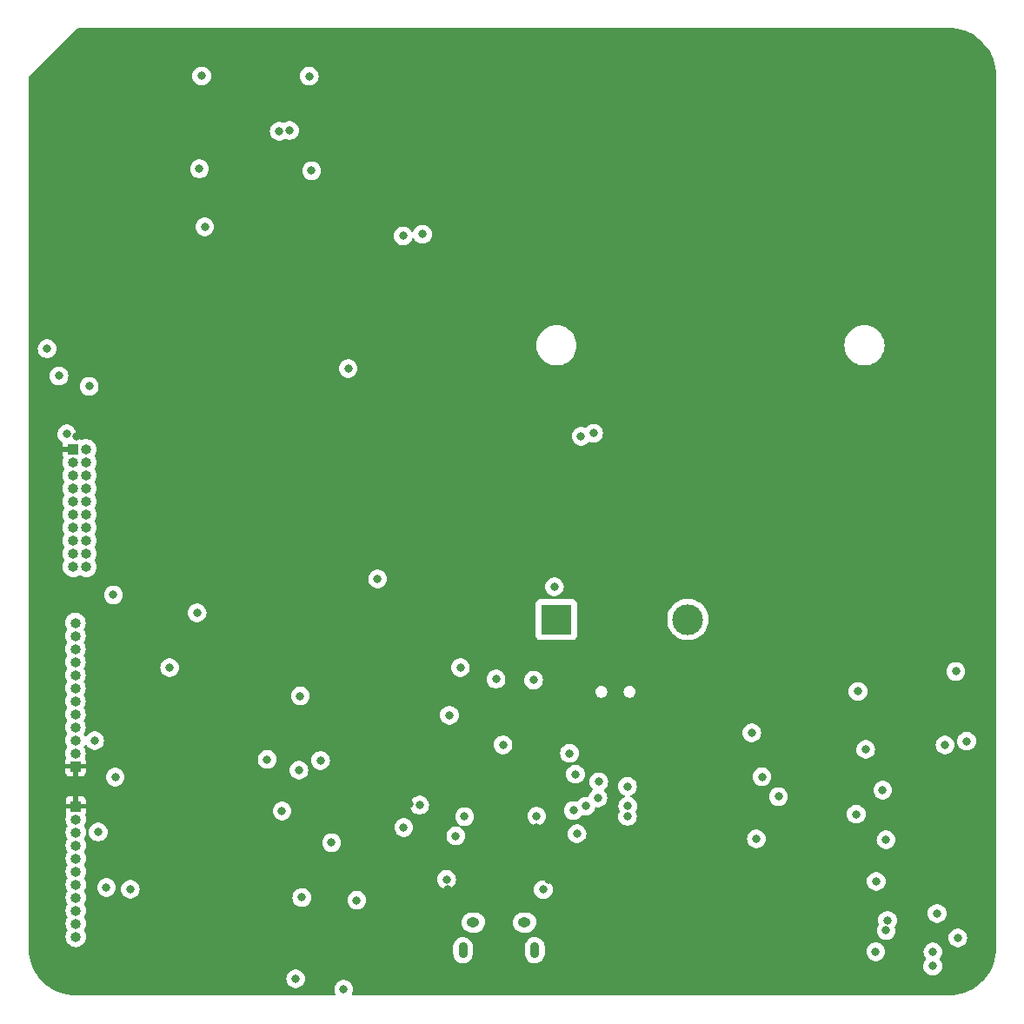
<source format=gbr>
%TF.GenerationSoftware,KiCad,Pcbnew,7.0.7*%
%TF.CreationDate,2023-11-17T10:09:11-08:00*%
%TF.ProjectId,Final_Project_Sutton_Yazzolino,46696e61-6c5f-4507-926f-6a6563745f53,rev?*%
%TF.SameCoordinates,Original*%
%TF.FileFunction,Copper,L3,Inr*%
%TF.FilePolarity,Positive*%
%FSLAX46Y46*%
G04 Gerber Fmt 4.6, Leading zero omitted, Abs format (unit mm)*
G04 Created by KiCad (PCBNEW 7.0.7) date 2023-11-17 10:09:11*
%MOMM*%
%LPD*%
G01*
G04 APERTURE LIST*
%TA.AperFunction,ComponentPad*%
%ADD10R,1.000000X1.000000*%
%TD*%
%TA.AperFunction,ComponentPad*%
%ADD11O,1.000000X1.000000*%
%TD*%
%TA.AperFunction,ComponentPad*%
%ADD12O,1.250000X0.950000*%
%TD*%
%TA.AperFunction,ComponentPad*%
%ADD13O,0.890000X1.550000*%
%TD*%
%TA.AperFunction,ComponentPad*%
%ADD14R,3.000000X3.000000*%
%TD*%
%TA.AperFunction,ComponentPad*%
%ADD15C,3.000000*%
%TD*%
%TA.AperFunction,ViaPad*%
%ADD16C,0.800000*%
%TD*%
G04 APERTURE END LIST*
D10*
%TO.N,+3.3V*%
%TO.C,WifiModule1*%
X104950000Y-122295000D03*
D11*
%TO.N,unconnected-(WifiModule1-3V-Pad2)*%
X104950000Y-121025000D03*
%TO.N,GND*%
X104950000Y-119755000D03*
%TO.N,/SPI-CLK*%
X104950000Y-118485000D03*
%TO.N,/SPI_MISO*%
X104950000Y-117215000D03*
%TO.N,/SPI_MOSI*%
X104950000Y-115945000D03*
%TO.N,/Wifi_CS*%
X104950000Y-114675000D03*
%TO.N,/Wifi_BUSY*%
X104950000Y-113405000D03*
%TO.N,/reset*%
X104950000Y-112135000D03*
%TO.N,unconnected-(WifiModule1-GP0-Pad10)*%
X104950000Y-110865000D03*
%TO.N,/Wifi_RXI*%
X104950000Y-109595000D03*
%TO.N,/Wifi_TXO*%
X104950000Y-108325000D03*
%TD*%
D10*
%TO.N,+3.3V*%
%TO.C,LEDmodule1*%
X105000000Y-126190000D03*
D11*
%TO.N,unconnected-(LEDmodule1-3V-Pad2)*%
X105000000Y-127460000D03*
%TO.N,GND*%
X105000000Y-128730000D03*
%TO.N,/SPI-CLK*%
X105000000Y-130000000D03*
%TO.N,/SPI_MISO*%
X105000000Y-131270000D03*
%TO.N,/SPI_MOSI*%
X105000000Y-132540000D03*
%TO.N,/LED_TFTCS*%
X105000000Y-133810000D03*
%TO.N,/LEDreset*%
X105000000Y-135080000D03*
%TO.N,/LED_DC*%
X105000000Y-136350000D03*
%TO.N,unconnected-(LEDmodule1-SDCS-Pad10)*%
X105000000Y-137620000D03*
%TO.N,unconnected-(LEDmodule1-LIT-Pad11)*%
X105000000Y-138890000D03*
%TD*%
D10*
%TO.N,+3.3V*%
%TO.C,J3*%
X104730000Y-91430000D03*
D11*
%TO.N,/I2C-SWDIO*%
X106000000Y-91430000D03*
%TO.N,GND*%
X104730000Y-92700000D03*
%TO.N,/I2C-SWCLK*%
X106000000Y-92700000D03*
%TO.N,GND*%
X104730000Y-93970000D03*
%TO.N,unconnected-(J3-SWO{slash}TDO-Pad6)*%
X106000000Y-93970000D03*
%TO.N,unconnected-(J3-KEY-Pad7)*%
X104730000Y-95240000D03*
%TO.N,unconnected-(J3-NC{slash}TDI-Pad8)*%
X106000000Y-95240000D03*
%TO.N,Net-(J3-GNDDetect)*%
X104730000Y-96510000D03*
%TO.N,/reset*%
X106000000Y-96510000D03*
%TO.N,N/C*%
X104730000Y-97780000D03*
X106000000Y-97780000D03*
X104730000Y-99050000D03*
X106000000Y-99050000D03*
X104730000Y-100320000D03*
X106000000Y-100320000D03*
X104730000Y-101590000D03*
X106000000Y-101590000D03*
X104730000Y-102860000D03*
X106000000Y-102860000D03*
%TD*%
D12*
%TO.N,GND*%
%TO.C,J2*%
X148700000Y-137500000D03*
D13*
X149700000Y-140200000D03*
D12*
X143700000Y-137500000D03*
D13*
X142700000Y-140200000D03*
%TD*%
D14*
%TO.N,+BATT*%
%TO.C,BT1*%
X151800000Y-108000000D03*
D15*
%TO.N,GND*%
X164600000Y-108000000D03*
%TD*%
D16*
%TO.N,/SPI-CLK*%
X128825000Y-121725000D03*
X123625000Y-121625000D03*
%TO.N,+3.3V*%
X116400000Y-134850000D03*
%TO.N,GND*%
X181000000Y-126950000D03*
%TO.N,/I2C-CLK*%
X190900000Y-139000000D03*
%TO.N,GND*%
X171275000Y-129350000D03*
%TO.N,+3.3V*%
X162675000Y-132025000D03*
X113500000Y-103000000D03*
%TO.N,/Wifi_BUSY*%
X108650000Y-105600000D03*
%TO.N,/SD_CMD*%
X126850000Y-115450000D03*
X126725000Y-122675000D03*
X125075000Y-126650000D03*
%TO.N,/I2C-CLK*%
X106300000Y-85275000D03*
X102200000Y-81625000D03*
X142850000Y-127200000D03*
%TO.N,/SPI_MISO*%
X108825000Y-123350000D03*
X129900000Y-129725000D03*
%TO.N,+3.3V*%
X129975000Y-126600000D03*
%TO.N,GND*%
X131075000Y-144000000D03*
%TO.N,+3.3V*%
X137550000Y-108400000D03*
X119625000Y-111000000D03*
%TO.N,/PulseOx_RD*%
X155850000Y-125375000D03*
%TO.N,GND*%
X153800000Y-128863000D03*
%TO.N,+3.3V*%
X149875000Y-128250000D03*
%TO.N,/PulseOx_IRD*%
X155925000Y-123799500D03*
%TO.N,Net-(JP2-A)*%
X183912500Y-138289999D03*
%TO.N,Net-(JP1-A)*%
X182950000Y-133500000D03*
%TO.N,GND*%
X149575000Y-113900000D03*
%TO.N,Net-(LDO3.3V1-SS)*%
X181175000Y-115000000D03*
X189650000Y-120225000D03*
%TO.N,GND*%
X191750000Y-119850000D03*
%TO.N,Net-(LDO1.8V1-VO)*%
X173425000Y-125250000D03*
X171825000Y-123325000D03*
%TO.N,GND*%
X181925000Y-120650000D03*
X170825000Y-119025000D03*
%TO.N,+3.3V*%
X181475000Y-117525000D03*
X181625000Y-112850000D03*
%TO.N,GND*%
X190700000Y-113050000D03*
%TO.N,/PulseOx_INT*%
X184050000Y-137300000D03*
X183900000Y-129450000D03*
%TO.N,GND*%
X188875000Y-136625000D03*
%TO.N,/PulseOx_INT*%
X158725000Y-124250000D03*
X153650000Y-123075000D03*
%TO.N,GND*%
X183575000Y-124625000D03*
%TO.N,/TempSensor_INT*%
X188475000Y-140375000D03*
X182900000Y-140350000D03*
X158725000Y-127175000D03*
X153450000Y-126600000D03*
%TO.N,/TempSensor_ADDR*%
X154650000Y-126175000D03*
X158750000Y-126175000D03*
%TO.N,+3.3V*%
X184125000Y-141775000D03*
%TO.N,GND*%
X188450000Y-141750000D03*
%TO.N,/VDDA*%
X145925000Y-113800000D03*
%TO.N,+3.3V*%
X137480803Y-125972153D03*
%TO.N,GND*%
X138475000Y-126075000D03*
%TO.N,+3.3V*%
X141210377Y-134293389D03*
X137900000Y-136925000D03*
X155575000Y-138325000D03*
%TO.N,GND*%
X150525000Y-134300000D03*
%TO.N,+3.3V*%
X151000000Y-133350000D03*
%TO.N,GND*%
X131525000Y-83550000D03*
%TO.N,+3.3V*%
X129725000Y-83675000D03*
%TO.N,/VDDA*%
X134375000Y-104050000D03*
X136875000Y-70625000D03*
%TO.N,+3.3V*%
X136825000Y-100300000D03*
%TO.N,GND*%
X138750000Y-70475000D03*
X146600000Y-120200000D03*
%TO.N,/SPI_MOSI*%
X136925000Y-128250000D03*
%TO.N,/LED_TFTCS*%
X107975000Y-134100000D03*
X110300000Y-134275000D03*
%TO.N,/I2C-SWDIO*%
X153074799Y-121024799D03*
X155425000Y-89850000D03*
%TO.N,/I2C-SWCLK*%
X149875000Y-127150000D03*
X154200000Y-90150000D03*
%TO.N,+3.3V*%
X134200000Y-119600000D03*
%TO.N,/reset*%
X142450000Y-112675000D03*
X114125000Y-112680500D03*
%TO.N,/SD_CMD*%
X142000000Y-129075000D03*
X141375000Y-117325000D03*
%TO.N,GND*%
X117025000Y-64100000D03*
X127950000Y-64275000D03*
%TO.N,/SPI-CLK*%
X116800000Y-107350000D03*
%TO.N,/SPI_MISO*%
X125796558Y-60373342D03*
%TO.N,/SPI_MOSI*%
X117550000Y-69750000D03*
%TO.N,GND*%
X117250000Y-55050000D03*
X127725000Y-55075000D03*
X124800000Y-60450000D03*
%TO.N,+3.3V*%
X122575000Y-60550000D03*
X131425000Y-130500000D03*
X127000000Y-130950000D03*
X105079099Y-90134970D03*
X106300000Y-88225000D03*
%TO.N,GND*%
X103350000Y-84275000D03*
X104101900Y-89925000D03*
X106825000Y-119800000D03*
X107175000Y-128700000D03*
X127000000Y-135075000D03*
X132350000Y-135350000D03*
X141100000Y-133300000D03*
%TO.N,+3.3V*%
X107625000Y-126200000D03*
%TO.N,+BATT*%
X151600000Y-104800000D03*
X126400000Y-143000000D03*
%TD*%
%TA.AperFunction,Conductor*%
%TO.N,+3.3V*%
G36*
X190399846Y-50398957D02*
G01*
X190405199Y-50399426D01*
X190799315Y-50451312D01*
X190804631Y-50452250D01*
X191192713Y-50538286D01*
X191197924Y-50539681D01*
X191577043Y-50659217D01*
X191582100Y-50661057D01*
X191949371Y-50813185D01*
X191954249Y-50815459D01*
X192306850Y-50999012D01*
X192311528Y-51001714D01*
X192646782Y-51215293D01*
X192651215Y-51218397D01*
X192966569Y-51460377D01*
X192970714Y-51463856D01*
X193263789Y-51732409D01*
X193267590Y-51736210D01*
X193390426Y-51870262D01*
X193536143Y-52029285D01*
X193539622Y-52033430D01*
X193781602Y-52348784D01*
X193784706Y-52353217D01*
X193998285Y-52688471D01*
X194000991Y-52693157D01*
X194182644Y-53042109D01*
X194184531Y-53045732D01*
X194186818Y-53050637D01*
X194338937Y-53417886D01*
X194340783Y-53422960D01*
X194460313Y-53802059D01*
X194461713Y-53807286D01*
X194547749Y-54195368D01*
X194548689Y-54200697D01*
X194600571Y-54594783D01*
X194601043Y-54600174D01*
X194618500Y-54999999D01*
X194618500Y-140000000D01*
X194601043Y-140399825D01*
X194600571Y-140405216D01*
X194548689Y-140799302D01*
X194547749Y-140804631D01*
X194461713Y-141192713D01*
X194460313Y-141197940D01*
X194340783Y-141577039D01*
X194338933Y-141582124D01*
X194186818Y-141949362D01*
X194184531Y-141954267D01*
X194000991Y-142306842D01*
X193998285Y-142311528D01*
X193784706Y-142646782D01*
X193781602Y-142651215D01*
X193539622Y-142966569D01*
X193536143Y-142970714D01*
X193267603Y-143263776D01*
X193263776Y-143267603D01*
X192970714Y-143536143D01*
X192966569Y-143539622D01*
X192651215Y-143781602D01*
X192646782Y-143784706D01*
X192311528Y-143998285D01*
X192306842Y-144000991D01*
X191954267Y-144184531D01*
X191949362Y-144186818D01*
X191582124Y-144338933D01*
X191577039Y-144340783D01*
X191197940Y-144460313D01*
X191192713Y-144461713D01*
X190804631Y-144547749D01*
X190799302Y-144548689D01*
X190405216Y-144600571D01*
X190399825Y-144601043D01*
X190000000Y-144618500D01*
X131981728Y-144618500D01*
X131914689Y-144598815D01*
X131868934Y-144546011D01*
X131858990Y-144476853D01*
X131874341Y-144432500D01*
X131877718Y-144426650D01*
X131909527Y-144371556D01*
X131968542Y-144189928D01*
X131988504Y-144000000D01*
X131968542Y-143810072D01*
X131909527Y-143628444D01*
X131814040Y-143463056D01*
X131686253Y-143321134D01*
X131531752Y-143208882D01*
X131357288Y-143131206D01*
X131357286Y-143131205D01*
X131170487Y-143091500D01*
X130979513Y-143091500D01*
X130792714Y-143131205D01*
X130618246Y-143208883D01*
X130463745Y-143321135D01*
X130335959Y-143463057D01*
X130240473Y-143628443D01*
X130240470Y-143628450D01*
X130181953Y-143808549D01*
X130181458Y-143810072D01*
X130161496Y-144000000D01*
X130181458Y-144189928D01*
X130181459Y-144189931D01*
X130240470Y-144371549D01*
X130240473Y-144371556D01*
X130275659Y-144432500D01*
X130292132Y-144500401D01*
X130269279Y-144566427D01*
X130214358Y-144609618D01*
X130168272Y-144618500D01*
X105000000Y-144618500D01*
X104600174Y-144601043D01*
X104594783Y-144600571D01*
X104200697Y-144548689D01*
X104195368Y-144547749D01*
X103807286Y-144461713D01*
X103802059Y-144460313D01*
X103422960Y-144340783D01*
X103417886Y-144338937D01*
X103050637Y-144186818D01*
X103045740Y-144184535D01*
X102693157Y-144000991D01*
X102688471Y-143998285D01*
X102353217Y-143784706D01*
X102348784Y-143781602D01*
X102214896Y-143678866D01*
X102033428Y-143539621D01*
X102029285Y-143536143D01*
X101849661Y-143371549D01*
X101736210Y-143267590D01*
X101732409Y-143263789D01*
X101490691Y-143000000D01*
X125486496Y-143000000D01*
X125506458Y-143189928D01*
X125506459Y-143189931D01*
X125565470Y-143371549D01*
X125565473Y-143371556D01*
X125660960Y-143536944D01*
X125788747Y-143678866D01*
X125943248Y-143791118D01*
X126117712Y-143868794D01*
X126304513Y-143908500D01*
X126495487Y-143908500D01*
X126682288Y-143868794D01*
X126856752Y-143791118D01*
X127011253Y-143678866D01*
X127139040Y-143536944D01*
X127234527Y-143371556D01*
X127293542Y-143189928D01*
X127313504Y-143000000D01*
X127293542Y-142810072D01*
X127234527Y-142628444D01*
X127139040Y-142463056D01*
X127011253Y-142321134D01*
X126856752Y-142208882D01*
X126682288Y-142131206D01*
X126682286Y-142131205D01*
X126495487Y-142091500D01*
X126304513Y-142091500D01*
X126117714Y-142131205D01*
X125943246Y-142208883D01*
X125788745Y-142321135D01*
X125660959Y-142463057D01*
X125565473Y-142628443D01*
X125565470Y-142628450D01*
X125523681Y-142757065D01*
X125506458Y-142810072D01*
X125486496Y-143000000D01*
X101490691Y-143000000D01*
X101463856Y-142970714D01*
X101460377Y-142966569D01*
X101340292Y-142810072D01*
X101218393Y-142651210D01*
X101215293Y-142646782D01*
X101001714Y-142311528D01*
X100999008Y-142306842D01*
X100988649Y-142286942D01*
X100815459Y-141954249D01*
X100813181Y-141949362D01*
X100809275Y-141939931D01*
X100730603Y-141750000D01*
X187536496Y-141750000D01*
X187556458Y-141939928D01*
X187556459Y-141939931D01*
X187615470Y-142121549D01*
X187615473Y-142121556D01*
X187710960Y-142286944D01*
X187838747Y-142428866D01*
X187993248Y-142541118D01*
X188167712Y-142618794D01*
X188354513Y-142658500D01*
X188545487Y-142658500D01*
X188732288Y-142618794D01*
X188906752Y-142541118D01*
X189061253Y-142428866D01*
X189189040Y-142286944D01*
X189284527Y-142121556D01*
X189343542Y-141939928D01*
X189363504Y-141750000D01*
X189343542Y-141560072D01*
X189284527Y-141378444D01*
X189189040Y-141213056D01*
X189189039Y-141213056D01*
X189140687Y-141159354D01*
X189110457Y-141096362D01*
X189119083Y-141027027D01*
X189140682Y-140993415D01*
X189214040Y-140911944D01*
X189309527Y-140746556D01*
X189368542Y-140564928D01*
X189388504Y-140375000D01*
X189368542Y-140185072D01*
X189309527Y-140003444D01*
X189214040Y-139838056D01*
X189086253Y-139696134D01*
X188931752Y-139583882D01*
X188757288Y-139506206D01*
X188757286Y-139506205D01*
X188570487Y-139466500D01*
X188379513Y-139466500D01*
X188192714Y-139506205D01*
X188192711Y-139506206D01*
X188192712Y-139506206D01*
X188020041Y-139583084D01*
X188018246Y-139583883D01*
X187863745Y-139696135D01*
X187735959Y-139838057D01*
X187640473Y-140003443D01*
X187640470Y-140003450D01*
X187589582Y-140160068D01*
X187581458Y-140185072D01*
X187561496Y-140375000D01*
X187581458Y-140564928D01*
X187581459Y-140564931D01*
X187640470Y-140746549D01*
X187640473Y-140746556D01*
X187735959Y-140911943D01*
X187784312Y-140965645D01*
X187814542Y-141028637D01*
X187805916Y-141097972D01*
X187784313Y-141131588D01*
X187710958Y-141213057D01*
X187615473Y-141378443D01*
X187615470Y-141378450D01*
X187564003Y-141536850D01*
X187556458Y-141560072D01*
X187536496Y-141750000D01*
X100730603Y-141750000D01*
X100661057Y-141582100D01*
X100659216Y-141577039D01*
X100539681Y-141197924D01*
X100538286Y-141192713D01*
X100452250Y-140804631D01*
X100451312Y-140799315D01*
X100422222Y-140578353D01*
X141746500Y-140578353D01*
X141761201Y-140722929D01*
X141819251Y-140907948D01*
X141819258Y-140907963D01*
X141913364Y-141077510D01*
X141913367Y-141077515D01*
X142039680Y-141224653D01*
X142039681Y-141224654D01*
X142121384Y-141287896D01*
X142193032Y-141343355D01*
X142367137Y-141428758D01*
X142554869Y-141477365D01*
X142748543Y-141487187D01*
X142940230Y-141457822D01*
X143122081Y-141390471D01*
X143204367Y-141339181D01*
X143286649Y-141287896D01*
X143286650Y-141287894D01*
X143286653Y-141287893D01*
X143409803Y-141170829D01*
X143427204Y-141154289D01*
X143427204Y-141154288D01*
X143427207Y-141154286D01*
X143537989Y-140995122D01*
X143614463Y-140816915D01*
X143653500Y-140626961D01*
X143653500Y-140578353D01*
X148746500Y-140578353D01*
X148761201Y-140722929D01*
X148819251Y-140907948D01*
X148819258Y-140907963D01*
X148913364Y-141077510D01*
X148913367Y-141077515D01*
X149039680Y-141224653D01*
X149039681Y-141224654D01*
X149121384Y-141287896D01*
X149193032Y-141343355D01*
X149367137Y-141428758D01*
X149554869Y-141477365D01*
X149748543Y-141487187D01*
X149940230Y-141457822D01*
X150122081Y-141390471D01*
X150204367Y-141339181D01*
X150286649Y-141287896D01*
X150286650Y-141287894D01*
X150286653Y-141287893D01*
X150409803Y-141170829D01*
X150427204Y-141154289D01*
X150427204Y-141154288D01*
X150427207Y-141154286D01*
X150537989Y-140995122D01*
X150614463Y-140816915D01*
X150653500Y-140626961D01*
X150653500Y-140350000D01*
X181986496Y-140350000D01*
X182006458Y-140539928D01*
X182006459Y-140539931D01*
X182065470Y-140721549D01*
X182065473Y-140721556D01*
X182160960Y-140886944D01*
X182288747Y-141028866D01*
X182443248Y-141141118D01*
X182617712Y-141218794D01*
X182804513Y-141258500D01*
X182995487Y-141258500D01*
X183182288Y-141218794D01*
X183356752Y-141141118D01*
X183511253Y-141028866D01*
X183639040Y-140886944D01*
X183734527Y-140721556D01*
X183793542Y-140539928D01*
X183813504Y-140350000D01*
X183793542Y-140160072D01*
X183734527Y-139978444D01*
X183639040Y-139813056D01*
X183511253Y-139671134D01*
X183356752Y-139558882D01*
X183182288Y-139481206D01*
X183182286Y-139481205D01*
X182995487Y-139441500D01*
X182804513Y-139441500D01*
X182617714Y-139481205D01*
X182443246Y-139558883D01*
X182288745Y-139671135D01*
X182160959Y-139813057D01*
X182065473Y-139978443D01*
X182065470Y-139978450D01*
X182006459Y-140160068D01*
X182006458Y-140160072D01*
X181986496Y-140350000D01*
X150653500Y-140350000D01*
X150653500Y-139821648D01*
X150652627Y-139813057D01*
X150638798Y-139677070D01*
X150580748Y-139492051D01*
X150580746Y-139492047D01*
X150580745Y-139492043D01*
X150486634Y-139322487D01*
X150486633Y-139322486D01*
X150486632Y-139322484D01*
X150360319Y-139175346D01*
X150360318Y-139175345D01*
X150206971Y-139056647D01*
X150206969Y-139056646D01*
X150206968Y-139056645D01*
X150032863Y-138971242D01*
X149845131Y-138922635D01*
X149845133Y-138922635D01*
X149716014Y-138916086D01*
X149651457Y-138912813D01*
X149651456Y-138912813D01*
X149651454Y-138912813D01*
X149459777Y-138942176D01*
X149459765Y-138942179D01*
X149277923Y-139009527D01*
X149277914Y-139009531D01*
X149113350Y-139112103D01*
X149113345Y-139112108D01*
X148972795Y-139245710D01*
X148972794Y-139245712D01*
X148862010Y-139404878D01*
X148785537Y-139583084D01*
X148746500Y-139773038D01*
X148746500Y-140578353D01*
X143653500Y-140578353D01*
X143653500Y-139821648D01*
X143652627Y-139813057D01*
X143638798Y-139677070D01*
X143580748Y-139492051D01*
X143580746Y-139492047D01*
X143580745Y-139492043D01*
X143486634Y-139322487D01*
X143486633Y-139322486D01*
X143486632Y-139322484D01*
X143360319Y-139175346D01*
X143360318Y-139175345D01*
X143206971Y-139056647D01*
X143206969Y-139056646D01*
X143206968Y-139056645D01*
X143032863Y-138971242D01*
X142845131Y-138922635D01*
X142845133Y-138922635D01*
X142716014Y-138916086D01*
X142651457Y-138912813D01*
X142651456Y-138912813D01*
X142651454Y-138912813D01*
X142459777Y-138942176D01*
X142459765Y-138942179D01*
X142277923Y-139009527D01*
X142277914Y-139009531D01*
X142113350Y-139112103D01*
X142113345Y-139112108D01*
X141972795Y-139245710D01*
X141972794Y-139245712D01*
X141862010Y-139404878D01*
X141785537Y-139583084D01*
X141746500Y-139773038D01*
X141746500Y-140578353D01*
X100422222Y-140578353D01*
X100399426Y-140405199D01*
X100398957Y-140399846D01*
X100381500Y-140000000D01*
X100381500Y-139945149D01*
X100381500Y-138890000D01*
X103986620Y-138890000D01*
X104006091Y-139087699D01*
X104063760Y-139277808D01*
X104157401Y-139452998D01*
X104157405Y-139453005D01*
X104283431Y-139606568D01*
X104436994Y-139732594D01*
X104437001Y-139732598D01*
X104612191Y-139826239D01*
X104612193Y-139826239D01*
X104612196Y-139826241D01*
X104802299Y-139883908D01*
X104802298Y-139883908D01*
X104820024Y-139885653D01*
X105000000Y-139903380D01*
X105197701Y-139883908D01*
X105387804Y-139826241D01*
X105412472Y-139813056D01*
X105562998Y-139732598D01*
X105563004Y-139732595D01*
X105716568Y-139606568D01*
X105842595Y-139453004D01*
X105898782Y-139347883D01*
X105936239Y-139277808D01*
X105936239Y-139277807D01*
X105936241Y-139277804D01*
X105993908Y-139087701D01*
X106013380Y-138890000D01*
X105993908Y-138692299D01*
X105936241Y-138502196D01*
X105936239Y-138502193D01*
X105936239Y-138502191D01*
X105842600Y-138327004D01*
X105840525Y-138323899D01*
X105839936Y-138322021D01*
X105839724Y-138321623D01*
X105839799Y-138321582D01*
X105819642Y-138257224D01*
X105838121Y-138189842D01*
X105840525Y-138186101D01*
X105842589Y-138183010D01*
X105842595Y-138183004D01*
X105843617Y-138181093D01*
X105936239Y-138007808D01*
X105936239Y-138007807D01*
X105936241Y-138007804D01*
X105993908Y-137817701D01*
X106013380Y-137620000D01*
X106006492Y-137550070D01*
X142562697Y-137550070D01*
X142592984Y-137747780D01*
X142592987Y-137747792D01*
X142662454Y-137935356D01*
X142662458Y-137935365D01*
X142768258Y-138105107D01*
X142768262Y-138105113D01*
X142906067Y-138250084D01*
X142906069Y-138250085D01*
X142906071Y-138250087D01*
X143070244Y-138364355D01*
X143254058Y-138443235D01*
X143449988Y-138483500D01*
X143899878Y-138483500D01*
X144048999Y-138468336D01*
X144239840Y-138408459D01*
X144239841Y-138408458D01*
X144239849Y-138408456D01*
X144414740Y-138311384D01*
X144566510Y-138181093D01*
X144688946Y-138022919D01*
X144777036Y-137843336D01*
X144827172Y-137649697D01*
X144832224Y-137550070D01*
X147562697Y-137550070D01*
X147592984Y-137747780D01*
X147592987Y-137747792D01*
X147662454Y-137935356D01*
X147662458Y-137935365D01*
X147768258Y-138105107D01*
X147768262Y-138105113D01*
X147906067Y-138250084D01*
X147906069Y-138250085D01*
X147906071Y-138250087D01*
X148070244Y-138364355D01*
X148254058Y-138443235D01*
X148449988Y-138483500D01*
X148899878Y-138483500D01*
X149048999Y-138468336D01*
X149239840Y-138408459D01*
X149239841Y-138408458D01*
X149239849Y-138408456D01*
X149414740Y-138311384D01*
X149439650Y-138289999D01*
X182998996Y-138289999D01*
X183018958Y-138479927D01*
X183018959Y-138479930D01*
X183077970Y-138661548D01*
X183077973Y-138661555D01*
X183173460Y-138826943D01*
X183301247Y-138968865D01*
X183455748Y-139081117D01*
X183630212Y-139158793D01*
X183817013Y-139198499D01*
X184007987Y-139198499D01*
X184194788Y-139158793D01*
X184369252Y-139081117D01*
X184480900Y-139000000D01*
X189986496Y-139000000D01*
X190006458Y-139189928D01*
X190006459Y-139189931D01*
X190065470Y-139371549D01*
X190065473Y-139371556D01*
X190160960Y-139536944D01*
X190203224Y-139583883D01*
X190287131Y-139677072D01*
X190288747Y-139678866D01*
X190443248Y-139791118D01*
X190617712Y-139868794D01*
X190804513Y-139908500D01*
X190995487Y-139908500D01*
X191182288Y-139868794D01*
X191356752Y-139791118D01*
X191511253Y-139678866D01*
X191639040Y-139536944D01*
X191734527Y-139371556D01*
X191793542Y-139189928D01*
X191813504Y-139000000D01*
X191793542Y-138810072D01*
X191734527Y-138628444D01*
X191639040Y-138463056D01*
X191511253Y-138321134D01*
X191356752Y-138208882D01*
X191182288Y-138131206D01*
X191182286Y-138131205D01*
X190995487Y-138091500D01*
X190804513Y-138091500D01*
X190617714Y-138131205D01*
X190617711Y-138131206D01*
X190617712Y-138131206D01*
X190489306Y-138188376D01*
X190443246Y-138208883D01*
X190288745Y-138321135D01*
X190160959Y-138463057D01*
X190065473Y-138628443D01*
X190065470Y-138628450D01*
X190006459Y-138810068D01*
X190006458Y-138810072D01*
X189986496Y-139000000D01*
X184480900Y-139000000D01*
X184523753Y-138968865D01*
X184651540Y-138826943D01*
X184747027Y-138661555D01*
X184806042Y-138479927D01*
X184826004Y-138289999D01*
X184806042Y-138100071D01*
X184760832Y-137960929D01*
X184758837Y-137891088D01*
X184785228Y-137842203D01*
X184785222Y-137842199D01*
X184785258Y-137842149D01*
X184786613Y-137839638D01*
X184789040Y-137836944D01*
X184884527Y-137671556D01*
X184943542Y-137489928D01*
X184963504Y-137300000D01*
X184943542Y-137110072D01*
X184884527Y-136928444D01*
X184789040Y-136763056D01*
X184664734Y-136625000D01*
X187961496Y-136625000D01*
X187981458Y-136814928D01*
X187981459Y-136814931D01*
X188040470Y-136996549D01*
X188040473Y-136996556D01*
X188135960Y-137161944D01*
X188263747Y-137303866D01*
X188418248Y-137416118D01*
X188592712Y-137493794D01*
X188779513Y-137533500D01*
X188970487Y-137533500D01*
X189157288Y-137493794D01*
X189331752Y-137416118D01*
X189486253Y-137303866D01*
X189614040Y-137161944D01*
X189709527Y-136996556D01*
X189768542Y-136814928D01*
X189788504Y-136625000D01*
X189768542Y-136435072D01*
X189709527Y-136253444D01*
X189614040Y-136088056D01*
X189486253Y-135946134D01*
X189331752Y-135833882D01*
X189157288Y-135756206D01*
X189157286Y-135756205D01*
X188970487Y-135716500D01*
X188779513Y-135716500D01*
X188592714Y-135756205D01*
X188418246Y-135833883D01*
X188263745Y-135946135D01*
X188135959Y-136088057D01*
X188040473Y-136253443D01*
X188040470Y-136253450D01*
X187982714Y-136431205D01*
X187981458Y-136435072D01*
X187961496Y-136625000D01*
X184664734Y-136625000D01*
X184661253Y-136621134D01*
X184506752Y-136508882D01*
X184332288Y-136431206D01*
X184332286Y-136431205D01*
X184145487Y-136391500D01*
X183954513Y-136391500D01*
X183767714Y-136431205D01*
X183593246Y-136508883D01*
X183438745Y-136621135D01*
X183310959Y-136763057D01*
X183215473Y-136928443D01*
X183215470Y-136928450D01*
X183156459Y-137110068D01*
X183156458Y-137110072D01*
X183136496Y-137300000D01*
X183156458Y-137489928D01*
X183156459Y-137489931D01*
X183201668Y-137629069D01*
X183203663Y-137698910D01*
X183177272Y-137747794D01*
X183177279Y-137747799D01*
X183177245Y-137747845D01*
X183175890Y-137750356D01*
X183173461Y-137753053D01*
X183173457Y-137753058D01*
X183077973Y-137918442D01*
X183077970Y-137918449D01*
X183021743Y-138091500D01*
X183018958Y-138100071D01*
X182998996Y-138289999D01*
X149439650Y-138289999D01*
X149566510Y-138181093D01*
X149688946Y-138022919D01*
X149777036Y-137843336D01*
X149827172Y-137649697D01*
X149837303Y-137449930D01*
X149807014Y-137252212D01*
X149737544Y-137064639D01*
X149646403Y-136918415D01*
X149631741Y-136894892D01*
X149631737Y-136894886D01*
X149493932Y-136749915D01*
X149493930Y-136749914D01*
X149476531Y-136737804D01*
X149405861Y-136688616D01*
X149329755Y-136635644D01*
X149145942Y-136556765D01*
X148950012Y-136516500D01*
X148500123Y-136516500D01*
X148500122Y-136516500D01*
X148351000Y-136531663D01*
X148160159Y-136591540D01*
X148160144Y-136591547D01*
X147985262Y-136688614D01*
X147985257Y-136688617D01*
X147833491Y-136818905D01*
X147833489Y-136818906D01*
X147711055Y-136977078D01*
X147711053Y-136977082D01*
X147622964Y-137156663D01*
X147572828Y-137350302D01*
X147562697Y-137550070D01*
X144832224Y-137550070D01*
X144837303Y-137449930D01*
X144807014Y-137252212D01*
X144737544Y-137064639D01*
X144646403Y-136918415D01*
X144631741Y-136894892D01*
X144631737Y-136894886D01*
X144493932Y-136749915D01*
X144493930Y-136749914D01*
X144476531Y-136737804D01*
X144405861Y-136688616D01*
X144329755Y-136635644D01*
X144145942Y-136556765D01*
X143950012Y-136516500D01*
X143500123Y-136516500D01*
X143500122Y-136516500D01*
X143351000Y-136531663D01*
X143160159Y-136591540D01*
X143160144Y-136591547D01*
X142985262Y-136688614D01*
X142985257Y-136688617D01*
X142833491Y-136818905D01*
X142833489Y-136818906D01*
X142711055Y-136977078D01*
X142711053Y-136977082D01*
X142622964Y-137156663D01*
X142572828Y-137350302D01*
X142562697Y-137550070D01*
X106006492Y-137550070D01*
X105993908Y-137422299D01*
X105936241Y-137232196D01*
X105936239Y-137232193D01*
X105936239Y-137232191D01*
X105842600Y-137057004D01*
X105840525Y-137053899D01*
X105839936Y-137052021D01*
X105839724Y-137051623D01*
X105839799Y-137051582D01*
X105819642Y-136987224D01*
X105838121Y-136919842D01*
X105840525Y-136916101D01*
X105842589Y-136913010D01*
X105842595Y-136913004D01*
X105936241Y-136737804D01*
X105993908Y-136547701D01*
X106013380Y-136350000D01*
X105993908Y-136152299D01*
X105936241Y-135962196D01*
X105936239Y-135962193D01*
X105936239Y-135962191D01*
X105842596Y-135786997D01*
X105840518Y-135783887D01*
X105839930Y-135782010D01*
X105839724Y-135781624D01*
X105839797Y-135781584D01*
X105819642Y-135717209D01*
X105838129Y-135649829D01*
X105840529Y-135646094D01*
X105842585Y-135643015D01*
X105842595Y-135643004D01*
X105859198Y-135611942D01*
X105936239Y-135467808D01*
X105936239Y-135467807D01*
X105936241Y-135467804D01*
X105993908Y-135277701D01*
X106013380Y-135080000D01*
X105993908Y-134882299D01*
X105936241Y-134692196D01*
X105936239Y-134692193D01*
X105936239Y-134692191D01*
X105842600Y-134517004D01*
X105840525Y-134513899D01*
X105839936Y-134512021D01*
X105839724Y-134511623D01*
X105839799Y-134511582D01*
X105819642Y-134447224D01*
X105838121Y-134379842D01*
X105840525Y-134376101D01*
X105842589Y-134373010D01*
X105842595Y-134373004D01*
X105936241Y-134197804D01*
X105965909Y-134100000D01*
X107061496Y-134100000D01*
X107081458Y-134289928D01*
X107081459Y-134289931D01*
X107140470Y-134471549D01*
X107140473Y-134471556D01*
X107235960Y-134636944D01*
X107363747Y-134778866D01*
X107518248Y-134891118D01*
X107692712Y-134968794D01*
X107879513Y-135008500D01*
X108070487Y-135008500D01*
X108257288Y-134968794D01*
X108431752Y-134891118D01*
X108586253Y-134778866D01*
X108714040Y-134636944D01*
X108809527Y-134471556D01*
X108868542Y-134289928D01*
X108870111Y-134275000D01*
X109386496Y-134275000D01*
X109406458Y-134464928D01*
X109406459Y-134464931D01*
X109465470Y-134646549D01*
X109465473Y-134646556D01*
X109560960Y-134811944D01*
X109688747Y-134953866D01*
X109843248Y-135066118D01*
X110017712Y-135143794D01*
X110204513Y-135183500D01*
X110395487Y-135183500D01*
X110582288Y-135143794D01*
X110736803Y-135075000D01*
X126086496Y-135075000D01*
X126106458Y-135264928D01*
X126106459Y-135264931D01*
X126165470Y-135446549D01*
X126165473Y-135446556D01*
X126260960Y-135611944D01*
X126388747Y-135753866D01*
X126543248Y-135866118D01*
X126717712Y-135943794D01*
X126904513Y-135983500D01*
X127095487Y-135983500D01*
X127282288Y-135943794D01*
X127456752Y-135866118D01*
X127611253Y-135753866D01*
X127739040Y-135611944D01*
X127834527Y-135446556D01*
X127865900Y-135350000D01*
X131436496Y-135350000D01*
X131456458Y-135539928D01*
X131456459Y-135539931D01*
X131515470Y-135721549D01*
X131515473Y-135721556D01*
X131610960Y-135886944D01*
X131738747Y-136028866D01*
X131893248Y-136141118D01*
X132067712Y-136218794D01*
X132254513Y-136258500D01*
X132445487Y-136258500D01*
X132632288Y-136218794D01*
X132806752Y-136141118D01*
X132961253Y-136028866D01*
X133089040Y-135886944D01*
X133184527Y-135721556D01*
X133243542Y-135539928D01*
X133263504Y-135350000D01*
X133243542Y-135160072D01*
X133184664Y-134978866D01*
X133184529Y-134978450D01*
X133184528Y-134978449D01*
X133184527Y-134978444D01*
X133089040Y-134813056D01*
X132961253Y-134671134D01*
X132806752Y-134558882D01*
X132632288Y-134481206D01*
X132632286Y-134481205D01*
X132445487Y-134441500D01*
X132254513Y-134441500D01*
X132067714Y-134481205D01*
X131893246Y-134558883D01*
X131738745Y-134671135D01*
X131610959Y-134813057D01*
X131515473Y-134978443D01*
X131515470Y-134978450D01*
X131461747Y-135143794D01*
X131456458Y-135160072D01*
X131436496Y-135350000D01*
X127865900Y-135350000D01*
X127893542Y-135264928D01*
X127913504Y-135075000D01*
X127893542Y-134885072D01*
X127834527Y-134703444D01*
X127739040Y-134538056D01*
X127611253Y-134396134D01*
X127478936Y-134300000D01*
X149611496Y-134300000D01*
X149631458Y-134489928D01*
X149631459Y-134489931D01*
X149690470Y-134671549D01*
X149690473Y-134671556D01*
X149785960Y-134836944D01*
X149913747Y-134978866D01*
X150068248Y-135091118D01*
X150242712Y-135168794D01*
X150429513Y-135208500D01*
X150620487Y-135208500D01*
X150807288Y-135168794D01*
X150981752Y-135091118D01*
X151136253Y-134978866D01*
X151264040Y-134836944D01*
X151359527Y-134671556D01*
X151418542Y-134489928D01*
X151438504Y-134300000D01*
X151418542Y-134110072D01*
X151359527Y-133928444D01*
X151264040Y-133763056D01*
X151136253Y-133621134D01*
X150981752Y-133508882D01*
X150961803Y-133500000D01*
X182036496Y-133500000D01*
X182056458Y-133689928D01*
X182056459Y-133689931D01*
X182115470Y-133871549D01*
X182115473Y-133871556D01*
X182210960Y-134036944D01*
X182338747Y-134178866D01*
X182493248Y-134291118D01*
X182667712Y-134368794D01*
X182854513Y-134408500D01*
X183045487Y-134408500D01*
X183232288Y-134368794D01*
X183406752Y-134291118D01*
X183561253Y-134178866D01*
X183689040Y-134036944D01*
X183784527Y-133871556D01*
X183843542Y-133689928D01*
X183863504Y-133500000D01*
X183843542Y-133310072D01*
X183784527Y-133128444D01*
X183689040Y-132963056D01*
X183561253Y-132821134D01*
X183406752Y-132708882D01*
X183232288Y-132631206D01*
X183232286Y-132631205D01*
X183045487Y-132591500D01*
X182854513Y-132591500D01*
X182667714Y-132631205D01*
X182493246Y-132708883D01*
X182338745Y-132821135D01*
X182210959Y-132963057D01*
X182115473Y-133128443D01*
X182115470Y-133128450D01*
X182056844Y-133308883D01*
X182056458Y-133310072D01*
X182036496Y-133500000D01*
X150961803Y-133500000D01*
X150807288Y-133431206D01*
X150807286Y-133431205D01*
X150620487Y-133391500D01*
X150429513Y-133391500D01*
X150242714Y-133431205D01*
X150242711Y-133431206D01*
X150242712Y-133431206D01*
X150088198Y-133500000D01*
X150068246Y-133508883D01*
X149913745Y-133621135D01*
X149785959Y-133763057D01*
X149690473Y-133928443D01*
X149690470Y-133928450D01*
X149631459Y-134110068D01*
X149631458Y-134110072D01*
X149611496Y-134300000D01*
X127478936Y-134300000D01*
X127456752Y-134283882D01*
X127282288Y-134206206D01*
X127282286Y-134206205D01*
X127095487Y-134166500D01*
X126904513Y-134166500D01*
X126717714Y-134206205D01*
X126630479Y-134245043D01*
X126563198Y-134275000D01*
X126543246Y-134283883D01*
X126388745Y-134396135D01*
X126260959Y-134538057D01*
X126165473Y-134703443D01*
X126165470Y-134703450D01*
X126106459Y-134885068D01*
X126106458Y-134885072D01*
X126096644Y-134978450D01*
X126087430Y-135066118D01*
X126086496Y-135075000D01*
X110736803Y-135075000D01*
X110756752Y-135066118D01*
X110911253Y-134953866D01*
X111039040Y-134811944D01*
X111134527Y-134646556D01*
X111193542Y-134464928D01*
X111213504Y-134275000D01*
X111193542Y-134085072D01*
X111134527Y-133903444D01*
X111039040Y-133738056D01*
X110911253Y-133596134D01*
X110756752Y-133483882D01*
X110582288Y-133406206D01*
X110582286Y-133406205D01*
X110395487Y-133366500D01*
X110204513Y-133366500D01*
X110017714Y-133406205D01*
X109843246Y-133483883D01*
X109688745Y-133596135D01*
X109560959Y-133738057D01*
X109465473Y-133903443D01*
X109465470Y-133903450D01*
X109406459Y-134085068D01*
X109406458Y-134085072D01*
X109386496Y-134275000D01*
X108870111Y-134275000D01*
X108888504Y-134100000D01*
X108868542Y-133910072D01*
X108809527Y-133728444D01*
X108714040Y-133563056D01*
X108586253Y-133421134D01*
X108431752Y-133308882D01*
X108411803Y-133300000D01*
X140186496Y-133300000D01*
X140206458Y-133489928D01*
X140206459Y-133489931D01*
X140265470Y-133671549D01*
X140265473Y-133671556D01*
X140360960Y-133836944D01*
X140488747Y-133978866D01*
X140643248Y-134091118D01*
X140817712Y-134168794D01*
X141004513Y-134208500D01*
X141195487Y-134208500D01*
X141382288Y-134168794D01*
X141556752Y-134091118D01*
X141711253Y-133978866D01*
X141839040Y-133836944D01*
X141934527Y-133671556D01*
X141993542Y-133489928D01*
X142013504Y-133300000D01*
X141993542Y-133110072D01*
X141934527Y-132928444D01*
X141839040Y-132763056D01*
X141711253Y-132621134D01*
X141556752Y-132508882D01*
X141382288Y-132431206D01*
X141382286Y-132431205D01*
X141195487Y-132391500D01*
X141004513Y-132391500D01*
X140817714Y-132431205D01*
X140643246Y-132508883D01*
X140488745Y-132621135D01*
X140360959Y-132763057D01*
X140265473Y-132928443D01*
X140265470Y-132928450D01*
X140206459Y-133110068D01*
X140206458Y-133110072D01*
X140186496Y-133300000D01*
X108411803Y-133300000D01*
X108257288Y-133231206D01*
X108257286Y-133231205D01*
X108070487Y-133191500D01*
X107879513Y-133191500D01*
X107692714Y-133231205D01*
X107692711Y-133231206D01*
X107692712Y-133231206D01*
X107538198Y-133300000D01*
X107518246Y-133308883D01*
X107363745Y-133421135D01*
X107235959Y-133563057D01*
X107140473Y-133728443D01*
X107140470Y-133728450D01*
X107081459Y-133910068D01*
X107081458Y-133910072D01*
X107061496Y-134100000D01*
X105965909Y-134100000D01*
X105993908Y-134007701D01*
X106013380Y-133810000D01*
X105993908Y-133612299D01*
X105936241Y-133422196D01*
X105936239Y-133422193D01*
X105936239Y-133422191D01*
X105842600Y-133247004D01*
X105840525Y-133243899D01*
X105839936Y-133242021D01*
X105839724Y-133241623D01*
X105839799Y-133241582D01*
X105819642Y-133177224D01*
X105838121Y-133109842D01*
X105840525Y-133106101D01*
X105842589Y-133103010D01*
X105842595Y-133103004D01*
X105917399Y-132963056D01*
X105936239Y-132927808D01*
X105936239Y-132927807D01*
X105936241Y-132927804D01*
X105993908Y-132737701D01*
X106013380Y-132540000D01*
X105993908Y-132342299D01*
X105936241Y-132152196D01*
X105936239Y-132152193D01*
X105936239Y-132152191D01*
X105842600Y-131977004D01*
X105840525Y-131973899D01*
X105839936Y-131972021D01*
X105839724Y-131971623D01*
X105839799Y-131971582D01*
X105819642Y-131907224D01*
X105838121Y-131839842D01*
X105840525Y-131836101D01*
X105842589Y-131833010D01*
X105842595Y-131833004D01*
X105936241Y-131657804D01*
X105993908Y-131467701D01*
X106013380Y-131270000D01*
X105993908Y-131072299D01*
X105936241Y-130882196D01*
X105936239Y-130882193D01*
X105936239Y-130882191D01*
X105842600Y-130707004D01*
X105840525Y-130703899D01*
X105839936Y-130702021D01*
X105839724Y-130701623D01*
X105839799Y-130701582D01*
X105819642Y-130637224D01*
X105838121Y-130569842D01*
X105840525Y-130566101D01*
X105842589Y-130563010D01*
X105842595Y-130563004D01*
X105936241Y-130387804D01*
X105993908Y-130197701D01*
X106013380Y-130000000D01*
X105993908Y-129802299D01*
X105970460Y-129725000D01*
X128986496Y-129725000D01*
X129006458Y-129914928D01*
X129006459Y-129914931D01*
X129065470Y-130096549D01*
X129065473Y-130096556D01*
X129160960Y-130261944D01*
X129288747Y-130403866D01*
X129443248Y-130516118D01*
X129617712Y-130593794D01*
X129804513Y-130633500D01*
X129995487Y-130633500D01*
X130182288Y-130593794D01*
X130356752Y-130516118D01*
X130511253Y-130403866D01*
X130639040Y-130261944D01*
X130734527Y-130096556D01*
X130793542Y-129914928D01*
X130813504Y-129725000D01*
X130793542Y-129535072D01*
X130734527Y-129353444D01*
X130639040Y-129188056D01*
X130511253Y-129046134D01*
X130356752Y-128933882D01*
X130182288Y-128856206D01*
X130182286Y-128856205D01*
X129995487Y-128816500D01*
X129804513Y-128816500D01*
X129617714Y-128856205D01*
X129617711Y-128856206D01*
X129617712Y-128856206D01*
X129457136Y-128927699D01*
X129443246Y-128933883D01*
X129288745Y-129046135D01*
X129160959Y-129188057D01*
X129065473Y-129353443D01*
X129065470Y-129353450D01*
X129006459Y-129535068D01*
X129006458Y-129535072D01*
X128986496Y-129725000D01*
X105970460Y-129725000D01*
X105936241Y-129612196D01*
X105936239Y-129612193D01*
X105936239Y-129612191D01*
X105842596Y-129436997D01*
X105840518Y-129433887D01*
X105839930Y-129432010D01*
X105839724Y-129431624D01*
X105839797Y-129431584D01*
X105819642Y-129367209D01*
X105838129Y-129299829D01*
X105840529Y-129296094D01*
X105842585Y-129293015D01*
X105842595Y-129293004D01*
X105857602Y-129264928D01*
X105936239Y-129117808D01*
X105936239Y-129117807D01*
X105936241Y-129117804D01*
X105993908Y-128927701D01*
X106013380Y-128730000D01*
X106010425Y-128700000D01*
X106261496Y-128700000D01*
X106281458Y-128889928D01*
X106281459Y-128889931D01*
X106340470Y-129071549D01*
X106340473Y-129071556D01*
X106435960Y-129236944D01*
X106563747Y-129378866D01*
X106718248Y-129491118D01*
X106892712Y-129568794D01*
X107079513Y-129608500D01*
X107270487Y-129608500D01*
X107457288Y-129568794D01*
X107631752Y-129491118D01*
X107786253Y-129378866D01*
X107914040Y-129236944D01*
X108009527Y-129071556D01*
X108068542Y-128889928D01*
X108088504Y-128700000D01*
X108068542Y-128510072D01*
X108009527Y-128328444D01*
X107964237Y-128250000D01*
X136011496Y-128250000D01*
X136031458Y-128439928D01*
X136031459Y-128439931D01*
X136090470Y-128621549D01*
X136090473Y-128621556D01*
X136185960Y-128786944D01*
X136248323Y-128856205D01*
X136299512Y-128913057D01*
X136313747Y-128928866D01*
X136468248Y-129041118D01*
X136642712Y-129118794D01*
X136829513Y-129158500D01*
X137020487Y-129158500D01*
X137207288Y-129118794D01*
X137305651Y-129075000D01*
X141086496Y-129075000D01*
X141106458Y-129264928D01*
X141106459Y-129264931D01*
X141165470Y-129446549D01*
X141165473Y-129446556D01*
X141260960Y-129611944D01*
X141388747Y-129753866D01*
X141543248Y-129866118D01*
X141717712Y-129943794D01*
X141904513Y-129983500D01*
X142095487Y-129983500D01*
X142282288Y-129943794D01*
X142456752Y-129866118D01*
X142611253Y-129753866D01*
X142739040Y-129611944D01*
X142834527Y-129446556D01*
X142893542Y-129264928D01*
X142913504Y-129075000D01*
X142893542Y-128885072D01*
X142886370Y-128863000D01*
X152886496Y-128863000D01*
X152906458Y-129052928D01*
X152906459Y-129052931D01*
X152965470Y-129234549D01*
X152965473Y-129234556D01*
X153060960Y-129399944D01*
X153188747Y-129541866D01*
X153343248Y-129654118D01*
X153517712Y-129731794D01*
X153704513Y-129771500D01*
X153895487Y-129771500D01*
X154082288Y-129731794D01*
X154256752Y-129654118D01*
X154411253Y-129541866D01*
X154539040Y-129399944D01*
X154567875Y-129350000D01*
X170361496Y-129350000D01*
X170381458Y-129539928D01*
X170381459Y-129539931D01*
X170440470Y-129721549D01*
X170440473Y-129721556D01*
X170535960Y-129886944D01*
X170663747Y-130028866D01*
X170818248Y-130141118D01*
X170992712Y-130218794D01*
X171179513Y-130258500D01*
X171370487Y-130258500D01*
X171557288Y-130218794D01*
X171731752Y-130141118D01*
X171886253Y-130028866D01*
X172014040Y-129886944D01*
X172109527Y-129721556D01*
X172168542Y-129539928D01*
X172177994Y-129450000D01*
X182986496Y-129450000D01*
X183006458Y-129639928D01*
X183006459Y-129639931D01*
X183065470Y-129821549D01*
X183065473Y-129821556D01*
X183160960Y-129986944D01*
X183288747Y-130128866D01*
X183443248Y-130241118D01*
X183617712Y-130318794D01*
X183804513Y-130358500D01*
X183995487Y-130358500D01*
X184182288Y-130318794D01*
X184356752Y-130241118D01*
X184511253Y-130128866D01*
X184639040Y-129986944D01*
X184734527Y-129821556D01*
X184793542Y-129639928D01*
X184813504Y-129450000D01*
X184793542Y-129260072D01*
X184734527Y-129078444D01*
X184639040Y-128913056D01*
X184511253Y-128771134D01*
X184356752Y-128658882D01*
X184182288Y-128581206D01*
X184182286Y-128581205D01*
X183995487Y-128541500D01*
X183804513Y-128541500D01*
X183617714Y-128581205D01*
X183443246Y-128658883D01*
X183288745Y-128771135D01*
X183160959Y-128913057D01*
X183065473Y-129078443D01*
X183065470Y-129078450D01*
X183006459Y-129260068D01*
X183006458Y-129260072D01*
X182991757Y-129399942D01*
X182988190Y-129433887D01*
X182986496Y-129450000D01*
X172177994Y-129450000D01*
X172188504Y-129350000D01*
X172168542Y-129160072D01*
X172109527Y-128978444D01*
X172014040Y-128813056D01*
X171886253Y-128671134D01*
X171731752Y-128558882D01*
X171557288Y-128481206D01*
X171557286Y-128481205D01*
X171370487Y-128441500D01*
X171179513Y-128441500D01*
X170992714Y-128481205D01*
X170992711Y-128481206D01*
X170992712Y-128481206D01*
X170877953Y-128532300D01*
X170818246Y-128558883D01*
X170663745Y-128671135D01*
X170535959Y-128813057D01*
X170440473Y-128978443D01*
X170440470Y-128978450D01*
X170381459Y-129160068D01*
X170381458Y-129160072D01*
X170361496Y-129350000D01*
X154567875Y-129350000D01*
X154634527Y-129234556D01*
X154693542Y-129052928D01*
X154713504Y-128863000D01*
X154693542Y-128673072D01*
X154634527Y-128491444D01*
X154539040Y-128326056D01*
X154411253Y-128184134D01*
X154256752Y-128071882D01*
X154082288Y-127994206D01*
X154082286Y-127994205D01*
X153895487Y-127954500D01*
X153704513Y-127954500D01*
X153517714Y-127994205D01*
X153343246Y-128071883D01*
X153188745Y-128184135D01*
X153060959Y-128326057D01*
X152965473Y-128491443D01*
X152965470Y-128491450D01*
X152907087Y-128671135D01*
X152906458Y-128673072D01*
X152886496Y-128863000D01*
X142886370Y-128863000D01*
X142834527Y-128703444D01*
X142739040Y-128538056D01*
X142611253Y-128396134D01*
X142464352Y-128289403D01*
X142421688Y-128234075D01*
X142415709Y-128164462D01*
X142448315Y-128102667D01*
X142509154Y-128068309D01*
X142563020Y-128067797D01*
X142754513Y-128108500D01*
X142945487Y-128108500D01*
X143132288Y-128068794D01*
X143306752Y-127991118D01*
X143461253Y-127878866D01*
X143589040Y-127736944D01*
X143684527Y-127571556D01*
X143743542Y-127389928D01*
X143763504Y-127200000D01*
X143758249Y-127150000D01*
X148961496Y-127150000D01*
X148981458Y-127339928D01*
X148981459Y-127339931D01*
X149040470Y-127521549D01*
X149040473Y-127521556D01*
X149135960Y-127686944D01*
X149263747Y-127828866D01*
X149418248Y-127941118D01*
X149592712Y-128018794D01*
X149779513Y-128058500D01*
X149970487Y-128058500D01*
X150157288Y-128018794D01*
X150331752Y-127941118D01*
X150486253Y-127828866D01*
X150614040Y-127686944D01*
X150709527Y-127521556D01*
X150768542Y-127339928D01*
X150788504Y-127150000D01*
X150768542Y-126960072D01*
X150709527Y-126778444D01*
X150614040Y-126613056D01*
X150602284Y-126600000D01*
X152536496Y-126600000D01*
X152556458Y-126789928D01*
X152556459Y-126789931D01*
X152615470Y-126971549D01*
X152615473Y-126971556D01*
X152710960Y-127136944D01*
X152838747Y-127278866D01*
X152993248Y-127391118D01*
X153167712Y-127468794D01*
X153354513Y-127508500D01*
X153545487Y-127508500D01*
X153732288Y-127468794D01*
X153906752Y-127391118D01*
X154061253Y-127278866D01*
X154154774Y-127175000D01*
X157811496Y-127175000D01*
X157831458Y-127364928D01*
X157831459Y-127364931D01*
X157890470Y-127546549D01*
X157890473Y-127546556D01*
X157985960Y-127711944D01*
X158113747Y-127853866D01*
X158268248Y-127966118D01*
X158442712Y-128043794D01*
X158629513Y-128083500D01*
X158820487Y-128083500D01*
X159007288Y-128043794D01*
X159181752Y-127966118D01*
X159336253Y-127853866D01*
X159464040Y-127711944D01*
X159559527Y-127546556D01*
X159618542Y-127364928D01*
X159638504Y-127175000D01*
X159618542Y-126985072D01*
X159607146Y-126950000D01*
X180086496Y-126950000D01*
X180106458Y-127139928D01*
X180106459Y-127139931D01*
X180165470Y-127321549D01*
X180165473Y-127321556D01*
X180260960Y-127486944D01*
X180388747Y-127628866D01*
X180543248Y-127741118D01*
X180717712Y-127818794D01*
X180904513Y-127858500D01*
X181095487Y-127858500D01*
X181282288Y-127818794D01*
X181456752Y-127741118D01*
X181611253Y-127628866D01*
X181739040Y-127486944D01*
X181834527Y-127321556D01*
X181893542Y-127139928D01*
X181913504Y-126950000D01*
X181893542Y-126760072D01*
X181834527Y-126578444D01*
X181739040Y-126413056D01*
X181611253Y-126271134D01*
X181456752Y-126158882D01*
X181282288Y-126081206D01*
X181282286Y-126081205D01*
X181095487Y-126041500D01*
X180904513Y-126041500D01*
X180717714Y-126081205D01*
X180717711Y-126081206D01*
X180717712Y-126081206D01*
X180602068Y-126132694D01*
X180543246Y-126158883D01*
X180388745Y-126271135D01*
X180260959Y-126413057D01*
X180165473Y-126578443D01*
X180165470Y-126578450D01*
X180108475Y-126753864D01*
X180106458Y-126760072D01*
X180086496Y-126950000D01*
X159607146Y-126950000D01*
X159559527Y-126803444D01*
X159533665Y-126758650D01*
X159517192Y-126690750D01*
X159533664Y-126634651D01*
X159584527Y-126546556D01*
X159643542Y-126364928D01*
X159663504Y-126175000D01*
X159643542Y-125985072D01*
X159584527Y-125803444D01*
X159489040Y-125638056D01*
X159361253Y-125496134D01*
X159223617Y-125396135D01*
X159206751Y-125383881D01*
X159063750Y-125320213D01*
X159010513Y-125274963D01*
X159002925Y-125250000D01*
X172511496Y-125250000D01*
X172531458Y-125439928D01*
X172531459Y-125439931D01*
X172590470Y-125621549D01*
X172590473Y-125621556D01*
X172685960Y-125786944D01*
X172721671Y-125826605D01*
X172798508Y-125911942D01*
X172813747Y-125928866D01*
X172968248Y-126041118D01*
X173142712Y-126118794D01*
X173329513Y-126158500D01*
X173520487Y-126158500D01*
X173707288Y-126118794D01*
X173881752Y-126041118D01*
X174036253Y-125928866D01*
X174164040Y-125786944D01*
X174259527Y-125621556D01*
X174318542Y-125439928D01*
X174338504Y-125250000D01*
X174318542Y-125060072D01*
X174259527Y-124878444D01*
X174164040Y-124713056D01*
X174084754Y-124625000D01*
X182661496Y-124625000D01*
X182681458Y-124814928D01*
X182681459Y-124814931D01*
X182740470Y-124996549D01*
X182740473Y-124996556D01*
X182835960Y-125161944D01*
X182875813Y-125206205D01*
X182942126Y-125279854D01*
X182963747Y-125303866D01*
X183118248Y-125416118D01*
X183292712Y-125493794D01*
X183479513Y-125533500D01*
X183670487Y-125533500D01*
X183857288Y-125493794D01*
X184031752Y-125416118D01*
X184186253Y-125303866D01*
X184314040Y-125161944D01*
X184409527Y-124996556D01*
X184468542Y-124814928D01*
X184488504Y-124625000D01*
X184468542Y-124435072D01*
X184409527Y-124253444D01*
X184314040Y-124088056D01*
X184186253Y-123946134D01*
X184031752Y-123833882D01*
X183857288Y-123756206D01*
X183857286Y-123756205D01*
X183670487Y-123716500D01*
X183479513Y-123716500D01*
X183292714Y-123756205D01*
X183118246Y-123833883D01*
X182963745Y-123946135D01*
X182835959Y-124088057D01*
X182740473Y-124253443D01*
X182740470Y-124253450D01*
X182698960Y-124381206D01*
X182681458Y-124435072D01*
X182661496Y-124625000D01*
X174084754Y-124625000D01*
X174036253Y-124571134D01*
X173881752Y-124458882D01*
X173707288Y-124381206D01*
X173707286Y-124381205D01*
X173520487Y-124341500D01*
X173329513Y-124341500D01*
X173142714Y-124381205D01*
X172968246Y-124458883D01*
X172813745Y-124571135D01*
X172685959Y-124713057D01*
X172590473Y-124878443D01*
X172590470Y-124878450D01*
X172531459Y-125060068D01*
X172531458Y-125060072D01*
X172511496Y-125250000D01*
X159002925Y-125250000D01*
X158990192Y-125208114D01*
X159009237Y-125140890D01*
X159061603Y-125094635D01*
X159063648Y-125093700D01*
X159181752Y-125041118D01*
X159336253Y-124928866D01*
X159464040Y-124786944D01*
X159559527Y-124621556D01*
X159618542Y-124439928D01*
X159638504Y-124250000D01*
X159618542Y-124060072D01*
X159559527Y-123878444D01*
X159464040Y-123713056D01*
X159336253Y-123571134D01*
X159181752Y-123458882D01*
X159007288Y-123381206D01*
X159007286Y-123381205D01*
X158820487Y-123341500D01*
X158629513Y-123341500D01*
X158442714Y-123381205D01*
X158442711Y-123381206D01*
X158442712Y-123381206D01*
X158337739Y-123427943D01*
X158268246Y-123458883D01*
X158113745Y-123571135D01*
X157985959Y-123713057D01*
X157890473Y-123878443D01*
X157890470Y-123878450D01*
X157831459Y-124060068D01*
X157831458Y-124060072D01*
X157811496Y-124250000D01*
X157831458Y-124439928D01*
X157831459Y-124439931D01*
X157890470Y-124621549D01*
X157890473Y-124621556D01*
X157985960Y-124786944D01*
X158113747Y-124928866D01*
X158268248Y-125041118D01*
X158411248Y-125104785D01*
X158464485Y-125150035D01*
X158484807Y-125216885D01*
X158465762Y-125284108D01*
X158413396Y-125330364D01*
X158411249Y-125331344D01*
X158293248Y-125383881D01*
X158138745Y-125496135D01*
X158010959Y-125638057D01*
X157915473Y-125803443D01*
X157915470Y-125803450D01*
X157856459Y-125985068D01*
X157856458Y-125985072D01*
X157836496Y-126175000D01*
X157856458Y-126364928D01*
X157856459Y-126364931D01*
X157915470Y-126546549D01*
X157915472Y-126546553D01*
X157915473Y-126546556D01*
X157933883Y-126578443D01*
X157941335Y-126591350D01*
X157957806Y-126659250D01*
X157941334Y-126715348D01*
X157898277Y-126789928D01*
X157890472Y-126803446D01*
X157890470Y-126803450D01*
X157831459Y-126985068D01*
X157831458Y-126985072D01*
X157811496Y-127175000D01*
X154154774Y-127175000D01*
X154189040Y-127136944D01*
X154212534Y-127096251D01*
X154263100Y-127048036D01*
X154331707Y-127034812D01*
X154361268Y-127042583D01*
X154361528Y-127041785D01*
X154367712Y-127043794D01*
X154554513Y-127083500D01*
X154745487Y-127083500D01*
X154932288Y-127043794D01*
X155106752Y-126966118D01*
X155261253Y-126853866D01*
X155389040Y-126711944D01*
X155484527Y-126546556D01*
X155543542Y-126364928D01*
X155543542Y-126364927D01*
X155545550Y-126358748D01*
X155546812Y-126359158D01*
X155576636Y-126303921D01*
X155637800Y-126270146D01*
X155690512Y-126269896D01*
X155754513Y-126283500D01*
X155945487Y-126283500D01*
X156132288Y-126243794D01*
X156306752Y-126166118D01*
X156461253Y-126053866D01*
X156589040Y-125911944D01*
X156684527Y-125746556D01*
X156743542Y-125564928D01*
X156763504Y-125375000D01*
X156743542Y-125185072D01*
X156684527Y-125003444D01*
X156589040Y-124838056D01*
X156464527Y-124699770D01*
X156434297Y-124636778D01*
X156442922Y-124567443D01*
X156483789Y-124516482D01*
X156536253Y-124478366D01*
X156664040Y-124336444D01*
X156759527Y-124171056D01*
X156818542Y-123989428D01*
X156838504Y-123799500D01*
X156818542Y-123609572D01*
X156759527Y-123427944D01*
X156700092Y-123325000D01*
X170911496Y-123325000D01*
X170931458Y-123514928D01*
X170931459Y-123514931D01*
X170990470Y-123696549D01*
X170990473Y-123696556D01*
X171085960Y-123861944D01*
X171213747Y-124003866D01*
X171368248Y-124116118D01*
X171542712Y-124193794D01*
X171729513Y-124233500D01*
X171920487Y-124233500D01*
X172107288Y-124193794D01*
X172281752Y-124116118D01*
X172436253Y-124003866D01*
X172564040Y-123861944D01*
X172659527Y-123696556D01*
X172718542Y-123514928D01*
X172738504Y-123325000D01*
X172718542Y-123135072D01*
X172659527Y-122953444D01*
X172564040Y-122788056D01*
X172436253Y-122646134D01*
X172281752Y-122533882D01*
X172107288Y-122456206D01*
X172107286Y-122456205D01*
X171920487Y-122416500D01*
X171729513Y-122416500D01*
X171542714Y-122456205D01*
X171368246Y-122533883D01*
X171213745Y-122646135D01*
X171085959Y-122788057D01*
X170990473Y-122953443D01*
X170990470Y-122953450D01*
X170936149Y-123120634D01*
X170931458Y-123135072D01*
X170911496Y-123325000D01*
X156700092Y-123325000D01*
X156664040Y-123262556D01*
X156536253Y-123120634D01*
X156381752Y-123008382D01*
X156207288Y-122930706D01*
X156207286Y-122930705D01*
X156020487Y-122891000D01*
X155829513Y-122891000D01*
X155642714Y-122930705D01*
X155468246Y-123008383D01*
X155313745Y-123120635D01*
X155185959Y-123262557D01*
X155090473Y-123427943D01*
X155090470Y-123427950D01*
X155043947Y-123571134D01*
X155031458Y-123609572D01*
X155011496Y-123799500D01*
X155031458Y-123989428D01*
X155031459Y-123989431D01*
X155090470Y-124171049D01*
X155090473Y-124171056D01*
X155185960Y-124336444D01*
X155310472Y-124474729D01*
X155340702Y-124537719D01*
X155332077Y-124607054D01*
X155291209Y-124658017D01*
X155238746Y-124696134D01*
X155110959Y-124838057D01*
X155015473Y-125003443D01*
X155015470Y-125003450D01*
X154954450Y-125191252D01*
X154953188Y-125190842D01*
X154923361Y-125246081D01*
X154862196Y-125279854D01*
X154809489Y-125280104D01*
X154799278Y-125277933D01*
X154745487Y-125266500D01*
X154554513Y-125266500D01*
X154367714Y-125306205D01*
X154313452Y-125330364D01*
X154213198Y-125375000D01*
X154193246Y-125383883D01*
X154038745Y-125496135D01*
X153910959Y-125638057D01*
X153887464Y-125678750D01*
X153836896Y-125726965D01*
X153768289Y-125740186D01*
X153738726Y-125732417D01*
X153738468Y-125733214D01*
X153732286Y-125731205D01*
X153545487Y-125691500D01*
X153354513Y-125691500D01*
X153167714Y-125731205D01*
X152993246Y-125808883D01*
X152838745Y-125921135D01*
X152710959Y-126063057D01*
X152615473Y-126228443D01*
X152615470Y-126228450D01*
X152556844Y-126408883D01*
X152556458Y-126410072D01*
X152536496Y-126600000D01*
X150602284Y-126600000D01*
X150486253Y-126471134D01*
X150331752Y-126358882D01*
X150157288Y-126281206D01*
X150157286Y-126281205D01*
X149970487Y-126241500D01*
X149779513Y-126241500D01*
X149592714Y-126281205D01*
X149569591Y-126291500D01*
X149426952Y-126355007D01*
X149418246Y-126358883D01*
X149263745Y-126471135D01*
X149135959Y-126613057D01*
X149040473Y-126778443D01*
X149040470Y-126778450D01*
X148981459Y-126960068D01*
X148981458Y-126960072D01*
X148961496Y-127150000D01*
X143758249Y-127150000D01*
X143743542Y-127010072D01*
X143684527Y-126828444D01*
X143589040Y-126663056D01*
X143461253Y-126521134D01*
X143306752Y-126408882D01*
X143132288Y-126331206D01*
X143132286Y-126331205D01*
X142945487Y-126291500D01*
X142754513Y-126291500D01*
X142567714Y-126331205D01*
X142393246Y-126408883D01*
X142238745Y-126521135D01*
X142110959Y-126663057D01*
X142015473Y-126828443D01*
X142015470Y-126828450D01*
X141959874Y-126999559D01*
X141956458Y-127010072D01*
X141936496Y-127200000D01*
X141956458Y-127389928D01*
X141956459Y-127389931D01*
X142015470Y-127571549D01*
X142015473Y-127571556D01*
X142110960Y-127736944D01*
X142184658Y-127818794D01*
X142238746Y-127878865D01*
X142238748Y-127878867D01*
X142385645Y-127985594D01*
X142428311Y-128040924D01*
X142434290Y-128110537D01*
X142401684Y-128172332D01*
X142340845Y-128206690D01*
X142286979Y-128207202D01*
X142095487Y-128166500D01*
X141904513Y-128166500D01*
X141717714Y-128206205D01*
X141543246Y-128283883D01*
X141388745Y-128396135D01*
X141260959Y-128538057D01*
X141165473Y-128703443D01*
X141165470Y-128703450D01*
X141106459Y-128885068D01*
X141106458Y-128885072D01*
X141096644Y-128978450D01*
X141088816Y-129052931D01*
X141086496Y-129075000D01*
X137305651Y-129075000D01*
X137381752Y-129041118D01*
X137536253Y-128928866D01*
X137664040Y-128786944D01*
X137759527Y-128621556D01*
X137818542Y-128439928D01*
X137838504Y-128250000D01*
X137818542Y-128060072D01*
X137759664Y-127878865D01*
X137759529Y-127878450D01*
X137759528Y-127878449D01*
X137759527Y-127878444D01*
X137664040Y-127713056D01*
X137536253Y-127571134D01*
X137381752Y-127458882D01*
X137207288Y-127381206D01*
X137207286Y-127381205D01*
X137020487Y-127341500D01*
X136829513Y-127341500D01*
X136642714Y-127381205D01*
X136468246Y-127458883D01*
X136313745Y-127571135D01*
X136185959Y-127713057D01*
X136090473Y-127878443D01*
X136090470Y-127878450D01*
X136031459Y-128060068D01*
X136031458Y-128060072D01*
X136011496Y-128250000D01*
X107964237Y-128250000D01*
X107914040Y-128163056D01*
X107786253Y-128021134D01*
X107631752Y-127908882D01*
X107457288Y-127831206D01*
X107457286Y-127831205D01*
X107270487Y-127791500D01*
X107079513Y-127791500D01*
X106892714Y-127831205D01*
X106718246Y-127908883D01*
X106563745Y-128021135D01*
X106435959Y-128163057D01*
X106340473Y-128328443D01*
X106340470Y-128328450D01*
X106281459Y-128510068D01*
X106281458Y-128510072D01*
X106261496Y-128700000D01*
X106010425Y-128700000D01*
X105993908Y-128532299D01*
X105936241Y-128342196D01*
X105936239Y-128342193D01*
X105936239Y-128342191D01*
X105842596Y-128166997D01*
X105840518Y-128163887D01*
X105839930Y-128162010D01*
X105839724Y-128161624D01*
X105839797Y-128161584D01*
X105819642Y-128097209D01*
X105838129Y-128029829D01*
X105840529Y-128026094D01*
X105842585Y-128023015D01*
X105842595Y-128023004D01*
X105919639Y-127878864D01*
X105936239Y-127847808D01*
X105936239Y-127847807D01*
X105936241Y-127847804D01*
X105993908Y-127657701D01*
X106013380Y-127460000D01*
X105993908Y-127262299D01*
X105936241Y-127072196D01*
X105932709Y-127065589D01*
X105918468Y-126997187D01*
X105939960Y-126940345D01*
X105939101Y-126939876D01*
X105942472Y-126933702D01*
X105942806Y-126932819D01*
X105943351Y-126932090D01*
X105993597Y-126797376D01*
X105993598Y-126797372D01*
X105999999Y-126737844D01*
X106000000Y-126737827D01*
X106000000Y-126650000D01*
X124161496Y-126650000D01*
X124181458Y-126839928D01*
X124181459Y-126839931D01*
X124240470Y-127021549D01*
X124240473Y-127021556D01*
X124335960Y-127186944D01*
X124463747Y-127328866D01*
X124618248Y-127441118D01*
X124792712Y-127518794D01*
X124979513Y-127558500D01*
X125170487Y-127558500D01*
X125357288Y-127518794D01*
X125531752Y-127441118D01*
X125686253Y-127328866D01*
X125814040Y-127186944D01*
X125909527Y-127021556D01*
X125968542Y-126839928D01*
X125988504Y-126650000D01*
X125968542Y-126460072D01*
X125909527Y-126278444D01*
X125814040Y-126113056D01*
X125779774Y-126075000D01*
X137561496Y-126075000D01*
X137581458Y-126264928D01*
X137581459Y-126264931D01*
X137640470Y-126446549D01*
X137640473Y-126446556D01*
X137735960Y-126611944D01*
X137863747Y-126753866D01*
X138018248Y-126866118D01*
X138192712Y-126943794D01*
X138379513Y-126983500D01*
X138570487Y-126983500D01*
X138757288Y-126943794D01*
X138931752Y-126866118D01*
X139086253Y-126753866D01*
X139214040Y-126611944D01*
X139309527Y-126446556D01*
X139368542Y-126264928D01*
X139388504Y-126075000D01*
X139368542Y-125885072D01*
X139309527Y-125703444D01*
X139214040Y-125538056D01*
X139086253Y-125396134D01*
X138931752Y-125283882D01*
X138757288Y-125206206D01*
X138757286Y-125206205D01*
X138570487Y-125166500D01*
X138379513Y-125166500D01*
X138192714Y-125206205D01*
X138168726Y-125216885D01*
X138038281Y-125274963D01*
X138018246Y-125283883D01*
X137863745Y-125396135D01*
X137735959Y-125538057D01*
X137640473Y-125703443D01*
X137640470Y-125703450D01*
X137586140Y-125870662D01*
X137581458Y-125885072D01*
X137561496Y-126075000D01*
X125779774Y-126075000D01*
X125686253Y-125971134D01*
X125531752Y-125858882D01*
X125357288Y-125781206D01*
X125357286Y-125781205D01*
X125170487Y-125741500D01*
X124979513Y-125741500D01*
X124792714Y-125781205D01*
X124618246Y-125858883D01*
X124463745Y-125971135D01*
X124335959Y-126113057D01*
X124240473Y-126278443D01*
X124240470Y-126278450D01*
X124185829Y-126446620D01*
X124181458Y-126460072D01*
X124161496Y-126650000D01*
X106000000Y-126650000D01*
X106000000Y-126440000D01*
X105431955Y-126440000D01*
X105364916Y-126420315D01*
X105319161Y-126367511D01*
X105309217Y-126298353D01*
X105315431Y-126273595D01*
X105325000Y-126247306D01*
X105325000Y-126132694D01*
X105315432Y-126106407D01*
X105311002Y-126036681D01*
X105344973Y-125975625D01*
X105406560Y-125942628D01*
X105431955Y-125940000D01*
X105999999Y-125940000D01*
X106000000Y-125642172D01*
X105999999Y-125642155D01*
X105993598Y-125582627D01*
X105993596Y-125582620D01*
X105943354Y-125447913D01*
X105943350Y-125447906D01*
X105857190Y-125332812D01*
X105857187Y-125332809D01*
X105742093Y-125246649D01*
X105742086Y-125246645D01*
X105607379Y-125196403D01*
X105607372Y-125196401D01*
X105547844Y-125190000D01*
X105250000Y-125190000D01*
X105250000Y-125756290D01*
X105230315Y-125823329D01*
X105177511Y-125869084D01*
X105108353Y-125879028D01*
X105104469Y-125878406D01*
X105028440Y-125865000D01*
X105028436Y-125865000D01*
X104971564Y-125865000D01*
X104971559Y-125865000D01*
X104895531Y-125878406D01*
X104826092Y-125870662D01*
X104771864Y-125826605D01*
X104750062Y-125760223D01*
X104750000Y-125756290D01*
X104750000Y-125190000D01*
X104452155Y-125190000D01*
X104392627Y-125196401D01*
X104392620Y-125196403D01*
X104257913Y-125246645D01*
X104257906Y-125246649D01*
X104142812Y-125332809D01*
X104142809Y-125332812D01*
X104056649Y-125447906D01*
X104056645Y-125447913D01*
X104006403Y-125582620D01*
X104006401Y-125582627D01*
X104000000Y-125642155D01*
X104000000Y-125940000D01*
X104568045Y-125940000D01*
X104635084Y-125959685D01*
X104680839Y-126012489D01*
X104690783Y-126081647D01*
X104684568Y-126106404D01*
X104675000Y-126132694D01*
X104675000Y-126247306D01*
X104684567Y-126273592D01*
X104688998Y-126343319D01*
X104655027Y-126404375D01*
X104593440Y-126437372D01*
X104568045Y-126440000D01*
X104000000Y-126440000D01*
X104000000Y-126737844D01*
X104006401Y-126797372D01*
X104006402Y-126797376D01*
X104056648Y-126932091D01*
X104057198Y-126932825D01*
X104057519Y-126933688D01*
X104060899Y-126939877D01*
X104060009Y-126940362D01*
X104081615Y-126998289D01*
X104067295Y-127065579D01*
X104063761Y-127072191D01*
X104063760Y-127072193D01*
X104063759Y-127072196D01*
X104032574Y-127174999D01*
X104006091Y-127262302D01*
X103986620Y-127460000D01*
X104006091Y-127657699D01*
X104063760Y-127847808D01*
X104157404Y-128023004D01*
X104159475Y-128026103D01*
X104160061Y-128027975D01*
X104160276Y-128028377D01*
X104160199Y-128028417D01*
X104180357Y-128092779D01*
X104161876Y-128160160D01*
X104159487Y-128163878D01*
X104157406Y-128166992D01*
X104063760Y-128342191D01*
X104006091Y-128532300D01*
X103986620Y-128729999D01*
X104006091Y-128927699D01*
X104063760Y-129117808D01*
X104157404Y-129293004D01*
X104159475Y-129296103D01*
X104160061Y-129297975D01*
X104160276Y-129298377D01*
X104160199Y-129298417D01*
X104180357Y-129362779D01*
X104161876Y-129430160D01*
X104159487Y-129433878D01*
X104157406Y-129436992D01*
X104063760Y-129612191D01*
X104006091Y-129802300D01*
X103986620Y-129999999D01*
X104006091Y-130197699D01*
X104063760Y-130387808D01*
X104157404Y-130563004D01*
X104159483Y-130566115D01*
X104160070Y-130567991D01*
X104160276Y-130568376D01*
X104160203Y-130568415D01*
X104180357Y-130632794D01*
X104161869Y-130700173D01*
X104159483Y-130703885D01*
X104157404Y-130706995D01*
X104063760Y-130882191D01*
X104006091Y-131072300D01*
X103986620Y-131270000D01*
X104006091Y-131467699D01*
X104063760Y-131657808D01*
X104157404Y-131833004D01*
X104159483Y-131836115D01*
X104160070Y-131837991D01*
X104160276Y-131838376D01*
X104160203Y-131838415D01*
X104180357Y-131902794D01*
X104161869Y-131970173D01*
X104159483Y-131973885D01*
X104157404Y-131976995D01*
X104063760Y-132152191D01*
X104006091Y-132342300D01*
X103986620Y-132540000D01*
X104006091Y-132737699D01*
X104063760Y-132927808D01*
X104157404Y-133103004D01*
X104159483Y-133106115D01*
X104160070Y-133107991D01*
X104160276Y-133108376D01*
X104160203Y-133108415D01*
X104180357Y-133172794D01*
X104161869Y-133240173D01*
X104159483Y-133243885D01*
X104157404Y-133246995D01*
X104063760Y-133422191D01*
X104006091Y-133612300D01*
X103986620Y-133809999D01*
X104006091Y-134007699D01*
X104063760Y-134197808D01*
X104157404Y-134373004D01*
X104159483Y-134376115D01*
X104160070Y-134377991D01*
X104160276Y-134378376D01*
X104160203Y-134378415D01*
X104180357Y-134442794D01*
X104161869Y-134510173D01*
X104159483Y-134513885D01*
X104157404Y-134516995D01*
X104063760Y-134692191D01*
X104006091Y-134882300D01*
X103986620Y-135080000D01*
X104006091Y-135277699D01*
X104063760Y-135467808D01*
X104157404Y-135643004D01*
X104159475Y-135646103D01*
X104160061Y-135647975D01*
X104160276Y-135648377D01*
X104160199Y-135648417D01*
X104180357Y-135712779D01*
X104161876Y-135780160D01*
X104159487Y-135783878D01*
X104157406Y-135786992D01*
X104063760Y-135962191D01*
X104006091Y-136152300D01*
X103986620Y-136349999D01*
X104006091Y-136547699D01*
X104063760Y-136737808D01*
X104157404Y-136913004D01*
X104159483Y-136916115D01*
X104160070Y-136917991D01*
X104160276Y-136918376D01*
X104160203Y-136918415D01*
X104180357Y-136982794D01*
X104161869Y-137050173D01*
X104159483Y-137053885D01*
X104157404Y-137056995D01*
X104063760Y-137232191D01*
X104006091Y-137422300D01*
X103986620Y-137619999D01*
X104006091Y-137817699D01*
X104063760Y-138007808D01*
X104157404Y-138183004D01*
X104159483Y-138186115D01*
X104160070Y-138187991D01*
X104160276Y-138188376D01*
X104160203Y-138188415D01*
X104180357Y-138252794D01*
X104161869Y-138320173D01*
X104159483Y-138323885D01*
X104157404Y-138326995D01*
X104063760Y-138502191D01*
X104006091Y-138692300D01*
X103986620Y-138890000D01*
X100381500Y-138890000D01*
X100381500Y-123350000D01*
X107911496Y-123350000D01*
X107931458Y-123539928D01*
X107931459Y-123539931D01*
X107990470Y-123721549D01*
X107990473Y-123721556D01*
X108085960Y-123886944D01*
X108213747Y-124028866D01*
X108368248Y-124141118D01*
X108542712Y-124218794D01*
X108729513Y-124258500D01*
X108920487Y-124258500D01*
X109107288Y-124218794D01*
X109281752Y-124141118D01*
X109436253Y-124028866D01*
X109564040Y-123886944D01*
X109659527Y-123721556D01*
X109718542Y-123539928D01*
X109738504Y-123350000D01*
X109718542Y-123160072D01*
X109659527Y-122978444D01*
X109564040Y-122813056D01*
X109439734Y-122675000D01*
X125811496Y-122675000D01*
X125831458Y-122864928D01*
X125831459Y-122864931D01*
X125890470Y-123046549D01*
X125890473Y-123046556D01*
X125985960Y-123211944D01*
X126113747Y-123353866D01*
X126268248Y-123466118D01*
X126442712Y-123543794D01*
X126629513Y-123583500D01*
X126820487Y-123583500D01*
X127007288Y-123543794D01*
X127181752Y-123466118D01*
X127336253Y-123353866D01*
X127464040Y-123211944D01*
X127543105Y-123075000D01*
X152736496Y-123075000D01*
X152756458Y-123264928D01*
X152756459Y-123264931D01*
X152815470Y-123446549D01*
X152815473Y-123446556D01*
X152910960Y-123611944D01*
X153038747Y-123753866D01*
X153193248Y-123866118D01*
X153367712Y-123943794D01*
X153554513Y-123983500D01*
X153745487Y-123983500D01*
X153932288Y-123943794D01*
X154106752Y-123866118D01*
X154261253Y-123753866D01*
X154389040Y-123611944D01*
X154484527Y-123446556D01*
X154543542Y-123264928D01*
X154563504Y-123075000D01*
X154543542Y-122885072D01*
X154484527Y-122703444D01*
X154389040Y-122538056D01*
X154261253Y-122396134D01*
X154106752Y-122283882D01*
X153932288Y-122206206D01*
X153932286Y-122206205D01*
X153745487Y-122166500D01*
X153554513Y-122166500D01*
X153367714Y-122206205D01*
X153193246Y-122283883D01*
X153038745Y-122396135D01*
X152910959Y-122538057D01*
X152815473Y-122703443D01*
X152815470Y-122703450D01*
X152763003Y-122864928D01*
X152756458Y-122885072D01*
X152736496Y-123075000D01*
X127543105Y-123075000D01*
X127559527Y-123046556D01*
X127618542Y-122864928D01*
X127638504Y-122675000D01*
X127618542Y-122485072D01*
X127559664Y-122303866D01*
X127559529Y-122303450D01*
X127559528Y-122303449D01*
X127559527Y-122303444D01*
X127464040Y-122138056D01*
X127336253Y-121996134D01*
X127181752Y-121883882D01*
X127007288Y-121806206D01*
X127007286Y-121806205D01*
X126820487Y-121766500D01*
X126629513Y-121766500D01*
X126442714Y-121806205D01*
X126355480Y-121845043D01*
X126304830Y-121867595D01*
X126268246Y-121883883D01*
X126113745Y-121996135D01*
X125985959Y-122138057D01*
X125890473Y-122303443D01*
X125890470Y-122303450D01*
X125840837Y-122456206D01*
X125831458Y-122485072D01*
X125811496Y-122675000D01*
X109439734Y-122675000D01*
X109436253Y-122671134D01*
X109281752Y-122558882D01*
X109107288Y-122481206D01*
X109107286Y-122481205D01*
X108920487Y-122441500D01*
X108729513Y-122441500D01*
X108542714Y-122481205D01*
X108542711Y-122481206D01*
X108542712Y-122481206D01*
X108393128Y-122547805D01*
X108368246Y-122558883D01*
X108213745Y-122671135D01*
X108085959Y-122813057D01*
X107990473Y-122978443D01*
X107990470Y-122978450D01*
X107944272Y-123120634D01*
X107931458Y-123160072D01*
X107911496Y-123350000D01*
X100381500Y-123350000D01*
X100381500Y-121024999D01*
X103936620Y-121024999D01*
X103956091Y-121222699D01*
X104013759Y-121412805D01*
X104017291Y-121419412D01*
X104031531Y-121487816D01*
X104010040Y-121544660D01*
X104010897Y-121545128D01*
X104007537Y-121551279D01*
X104007202Y-121552168D01*
X104006650Y-121552905D01*
X104006645Y-121552913D01*
X103956403Y-121687620D01*
X103956401Y-121687627D01*
X103950000Y-121747155D01*
X103950000Y-122045000D01*
X104518045Y-122045000D01*
X104585084Y-122064685D01*
X104630839Y-122117489D01*
X104640783Y-122186647D01*
X104634568Y-122211404D01*
X104625000Y-122237694D01*
X104625000Y-122352306D01*
X104634567Y-122378592D01*
X104638998Y-122448319D01*
X104605027Y-122509375D01*
X104543440Y-122542372D01*
X104518045Y-122545000D01*
X103950000Y-122545000D01*
X103950000Y-122842844D01*
X103956401Y-122902372D01*
X103956403Y-122902379D01*
X104006645Y-123037086D01*
X104006649Y-123037093D01*
X104092809Y-123152187D01*
X104092812Y-123152190D01*
X104207906Y-123238350D01*
X104207913Y-123238354D01*
X104342620Y-123288596D01*
X104342627Y-123288598D01*
X104402155Y-123294999D01*
X104402172Y-123295000D01*
X104700000Y-123295000D01*
X104700000Y-122728709D01*
X104719685Y-122661670D01*
X104772489Y-122615915D01*
X104841647Y-122605971D01*
X104845481Y-122606584D01*
X104921564Y-122620000D01*
X104921568Y-122620000D01*
X104978432Y-122620000D01*
X104978436Y-122620000D01*
X105054469Y-122606593D01*
X105123906Y-122614337D01*
X105178136Y-122658393D01*
X105199938Y-122724774D01*
X105200000Y-122728709D01*
X105200000Y-123295000D01*
X105497828Y-123295000D01*
X105497844Y-123294999D01*
X105557372Y-123288598D01*
X105557379Y-123288596D01*
X105692086Y-123238354D01*
X105692093Y-123238350D01*
X105807187Y-123152190D01*
X105807190Y-123152187D01*
X105893350Y-123037093D01*
X105893354Y-123037086D01*
X105943596Y-122902379D01*
X105943598Y-122902372D01*
X105949999Y-122842844D01*
X105950000Y-122842827D01*
X105950000Y-122545000D01*
X105381955Y-122545000D01*
X105314916Y-122525315D01*
X105269161Y-122472511D01*
X105259217Y-122403353D01*
X105265431Y-122378595D01*
X105275000Y-122352306D01*
X105275000Y-122237694D01*
X105265432Y-122211407D01*
X105261002Y-122141681D01*
X105294973Y-122080625D01*
X105356560Y-122047628D01*
X105381955Y-122045000D01*
X105950000Y-122045000D01*
X105950000Y-121747172D01*
X105949999Y-121747155D01*
X105943598Y-121687627D01*
X105943597Y-121687623D01*
X105920240Y-121625000D01*
X122711496Y-121625000D01*
X122731458Y-121814928D01*
X122731459Y-121814931D01*
X122790470Y-121996549D01*
X122790473Y-121996556D01*
X122885960Y-122161944D01*
X123013747Y-122303866D01*
X123168248Y-122416118D01*
X123342712Y-122493794D01*
X123529513Y-122533500D01*
X123720487Y-122533500D01*
X123907288Y-122493794D01*
X124081752Y-122416118D01*
X124236253Y-122303866D01*
X124364040Y-122161944D01*
X124459527Y-121996556D01*
X124518542Y-121814928D01*
X124527994Y-121725000D01*
X127911496Y-121725000D01*
X127931458Y-121914928D01*
X127931459Y-121914931D01*
X127990470Y-122096549D01*
X127990473Y-122096556D01*
X128085960Y-122261944D01*
X128213747Y-122403866D01*
X128368248Y-122516118D01*
X128542712Y-122593794D01*
X128729513Y-122633500D01*
X128920487Y-122633500D01*
X129107288Y-122593794D01*
X129281752Y-122516118D01*
X129436253Y-122403866D01*
X129564040Y-122261944D01*
X129659527Y-122096556D01*
X129718542Y-121914928D01*
X129738504Y-121725000D01*
X129718542Y-121535072D01*
X129659527Y-121353444D01*
X129564040Y-121188056D01*
X129436253Y-121046134D01*
X129281752Y-120933882D01*
X129107288Y-120856206D01*
X129107286Y-120856205D01*
X128920487Y-120816500D01*
X128729513Y-120816500D01*
X128542714Y-120856205D01*
X128368246Y-120933883D01*
X128213745Y-121046135D01*
X128085959Y-121188057D01*
X127990473Y-121353443D01*
X127990470Y-121353450D01*
X127936747Y-121518794D01*
X127931458Y-121535072D01*
X127911496Y-121725000D01*
X124527994Y-121725000D01*
X124538504Y-121625000D01*
X124518542Y-121435072D01*
X124459527Y-121253444D01*
X124364040Y-121088056D01*
X124236253Y-120946134D01*
X124081752Y-120833882D01*
X123907288Y-120756206D01*
X123907286Y-120756205D01*
X123720487Y-120716500D01*
X123529513Y-120716500D01*
X123342714Y-120756205D01*
X123329824Y-120761944D01*
X123183032Y-120827300D01*
X123168246Y-120833883D01*
X123013745Y-120946135D01*
X122885959Y-121088057D01*
X122790473Y-121253443D01*
X122790470Y-121253450D01*
X122736546Y-121419412D01*
X122731458Y-121435072D01*
X122711496Y-121625000D01*
X105920240Y-121625000D01*
X105893351Y-121552909D01*
X105892801Y-121552174D01*
X105892478Y-121551310D01*
X105889101Y-121545124D01*
X105889990Y-121544638D01*
X105868384Y-121486710D01*
X105882711Y-121419407D01*
X105886241Y-121412804D01*
X105943908Y-121222701D01*
X105963380Y-121025000D01*
X105943908Y-120827299D01*
X105886241Y-120637196D01*
X105886239Y-120637193D01*
X105886239Y-120637191D01*
X105792596Y-120461997D01*
X105790518Y-120458887D01*
X105789930Y-120457010D01*
X105789724Y-120456624D01*
X105789797Y-120456584D01*
X105769642Y-120392209D01*
X105788129Y-120324829D01*
X105790529Y-120321094D01*
X105792589Y-120318010D01*
X105792595Y-120318004D01*
X105792599Y-120317996D01*
X105792602Y-120317992D01*
X105813741Y-120278443D01*
X105823187Y-120260769D01*
X105872147Y-120210926D01*
X105940284Y-120195464D01*
X106005964Y-120219294D01*
X106039932Y-120257222D01*
X106085959Y-120336942D01*
X106085958Y-120336942D01*
X106198554Y-120461992D01*
X106213747Y-120478866D01*
X106368248Y-120591118D01*
X106542712Y-120668794D01*
X106729513Y-120708500D01*
X106920487Y-120708500D01*
X107107288Y-120668794D01*
X107281752Y-120591118D01*
X107436253Y-120478866D01*
X107564040Y-120336944D01*
X107643105Y-120200000D01*
X145686496Y-120200000D01*
X145706458Y-120389928D01*
X145706459Y-120389931D01*
X145765470Y-120571549D01*
X145765473Y-120571556D01*
X145860960Y-120736944D01*
X145988747Y-120878866D01*
X146143248Y-120991118D01*
X146317712Y-121068794D01*
X146504513Y-121108500D01*
X146695487Y-121108500D01*
X146882288Y-121068794D01*
X146981103Y-121024799D01*
X152161295Y-121024799D01*
X152181257Y-121214727D01*
X152181258Y-121214730D01*
X152240269Y-121396348D01*
X152240272Y-121396355D01*
X152335759Y-121561743D01*
X152463546Y-121703665D01*
X152618047Y-121815917D01*
X152792511Y-121893593D01*
X152979312Y-121933299D01*
X153170286Y-121933299D01*
X153357087Y-121893593D01*
X153531551Y-121815917D01*
X153686052Y-121703665D01*
X153813839Y-121561743D01*
X153909326Y-121396355D01*
X153968341Y-121214727D01*
X153988303Y-121024799D01*
X153968341Y-120834871D01*
X153909326Y-120653243D01*
X153907454Y-120650000D01*
X181011496Y-120650000D01*
X181031458Y-120839928D01*
X181031459Y-120839931D01*
X181090470Y-121021549D01*
X181090473Y-121021556D01*
X181185960Y-121186944D01*
X181313747Y-121328866D01*
X181468248Y-121441118D01*
X181642712Y-121518794D01*
X181829513Y-121558500D01*
X182020487Y-121558500D01*
X182207288Y-121518794D01*
X182381752Y-121441118D01*
X182536253Y-121328866D01*
X182664040Y-121186944D01*
X182759527Y-121021556D01*
X182818542Y-120839928D01*
X182838504Y-120650000D01*
X182818542Y-120460072D01*
X182759527Y-120278444D01*
X182728671Y-120225000D01*
X188736496Y-120225000D01*
X188756458Y-120414928D01*
X188756459Y-120414931D01*
X188815470Y-120596549D01*
X188815473Y-120596556D01*
X188910960Y-120761944D01*
X189038747Y-120903866D01*
X189193248Y-121016118D01*
X189367712Y-121093794D01*
X189554513Y-121133500D01*
X189745487Y-121133500D01*
X189932288Y-121093794D01*
X190106752Y-121016118D01*
X190261253Y-120903866D01*
X190389040Y-120761944D01*
X190484527Y-120596556D01*
X190543542Y-120414928D01*
X190563504Y-120225000D01*
X190543542Y-120035072D01*
X190484527Y-119853444D01*
X190482539Y-119850000D01*
X190836496Y-119850000D01*
X190856458Y-120039928D01*
X190856459Y-120039931D01*
X190915470Y-120221549D01*
X190915473Y-120221556D01*
X191010960Y-120386944D01*
X191138747Y-120528866D01*
X191293248Y-120641118D01*
X191467712Y-120718794D01*
X191654513Y-120758500D01*
X191845487Y-120758500D01*
X192032288Y-120718794D01*
X192206752Y-120641118D01*
X192361253Y-120528866D01*
X192489040Y-120386944D01*
X192584527Y-120221556D01*
X192643542Y-120039928D01*
X192663504Y-119850000D01*
X192643542Y-119660072D01*
X192584527Y-119478444D01*
X192489040Y-119313056D01*
X192361253Y-119171134D01*
X192206752Y-119058882D01*
X192032288Y-118981206D01*
X192032286Y-118981205D01*
X191845487Y-118941500D01*
X191654513Y-118941500D01*
X191467714Y-118981205D01*
X191467711Y-118981206D01*
X191467712Y-118981206D01*
X191306480Y-119052991D01*
X191293246Y-119058883D01*
X191138745Y-119171135D01*
X191010959Y-119313057D01*
X190915473Y-119478443D01*
X190915470Y-119478450D01*
X190872705Y-119610068D01*
X190856458Y-119660072D01*
X190836496Y-119850000D01*
X190482539Y-119850000D01*
X190389040Y-119688056D01*
X190261253Y-119546134D01*
X190106752Y-119433882D01*
X189932288Y-119356206D01*
X189932286Y-119356205D01*
X189745487Y-119316500D01*
X189554513Y-119316500D01*
X189367714Y-119356205D01*
X189193246Y-119433883D01*
X189038745Y-119546135D01*
X188910959Y-119688057D01*
X188815473Y-119853443D01*
X188815470Y-119853450D01*
X188764582Y-120010068D01*
X188756458Y-120035072D01*
X188736496Y-120225000D01*
X182728671Y-120225000D01*
X182664040Y-120113056D01*
X182536253Y-119971134D01*
X182381752Y-119858882D01*
X182207288Y-119781206D01*
X182207286Y-119781205D01*
X182020487Y-119741500D01*
X181829513Y-119741500D01*
X181642714Y-119781205D01*
X181642711Y-119781206D01*
X181642712Y-119781206D01*
X181488198Y-119850000D01*
X181468246Y-119858883D01*
X181313745Y-119971135D01*
X181185959Y-120113057D01*
X181090473Y-120278443D01*
X181090470Y-120278450D01*
X181054249Y-120389928D01*
X181031458Y-120460072D01*
X181019741Y-120571556D01*
X181012430Y-120641118D01*
X181011496Y-120650000D01*
X153907454Y-120650000D01*
X153813839Y-120487855D01*
X153686052Y-120345933D01*
X153531551Y-120233681D01*
X153357087Y-120156005D01*
X153357085Y-120156004D01*
X153170286Y-120116299D01*
X152979312Y-120116299D01*
X152792513Y-120156004D01*
X152618045Y-120233682D01*
X152463544Y-120345934D01*
X152335758Y-120487856D01*
X152240272Y-120653242D01*
X152240269Y-120653249D01*
X152187226Y-120816500D01*
X152181257Y-120834871D01*
X152161295Y-121024799D01*
X146981103Y-121024799D01*
X147056752Y-120991118D01*
X147211253Y-120878866D01*
X147339040Y-120736944D01*
X147434527Y-120571556D01*
X147493542Y-120389928D01*
X147513504Y-120200000D01*
X147493542Y-120010072D01*
X147434527Y-119828444D01*
X147339040Y-119663056D01*
X147211253Y-119521134D01*
X147056752Y-119408882D01*
X146882288Y-119331206D01*
X146882286Y-119331205D01*
X146695487Y-119291500D01*
X146504513Y-119291500D01*
X146317714Y-119331205D01*
X146143246Y-119408883D01*
X145988745Y-119521135D01*
X145860959Y-119663057D01*
X145765473Y-119828443D01*
X145765470Y-119828450D01*
X145706459Y-120010068D01*
X145706458Y-120010072D01*
X145686496Y-120200000D01*
X107643105Y-120200000D01*
X107659527Y-120171556D01*
X107718542Y-119989928D01*
X107738504Y-119800000D01*
X107718542Y-119610072D01*
X107659527Y-119428444D01*
X107564040Y-119263056D01*
X107448981Y-119135270D01*
X107436254Y-119121135D01*
X107350571Y-119058882D01*
X107303936Y-119025000D01*
X169911496Y-119025000D01*
X169931458Y-119214928D01*
X169931459Y-119214931D01*
X169990470Y-119396549D01*
X169990473Y-119396556D01*
X170085960Y-119561944D01*
X170188290Y-119675593D01*
X170199512Y-119688057D01*
X170213747Y-119703866D01*
X170368248Y-119816118D01*
X170542712Y-119893794D01*
X170729513Y-119933500D01*
X170920487Y-119933500D01*
X171107288Y-119893794D01*
X171281752Y-119816118D01*
X171436253Y-119703866D01*
X171564040Y-119561944D01*
X171659527Y-119396556D01*
X171718542Y-119214928D01*
X171738504Y-119025000D01*
X171718542Y-118835072D01*
X171659527Y-118653444D01*
X171564040Y-118488056D01*
X171436253Y-118346134D01*
X171281752Y-118233882D01*
X171107288Y-118156206D01*
X171107286Y-118156205D01*
X170920487Y-118116500D01*
X170729513Y-118116500D01*
X170542714Y-118156205D01*
X170368246Y-118233883D01*
X170213745Y-118346135D01*
X170085959Y-118488057D01*
X169990473Y-118653443D01*
X169990470Y-118653450D01*
X169931459Y-118835068D01*
X169931458Y-118835072D01*
X169911496Y-119025000D01*
X107303936Y-119025000D01*
X107281752Y-119008882D01*
X107107288Y-118931206D01*
X107107286Y-118931205D01*
X106920487Y-118891500D01*
X106729513Y-118891500D01*
X106542714Y-118931205D01*
X106368246Y-119008883D01*
X106213745Y-119121135D01*
X106085959Y-119263057D01*
X106064911Y-119299512D01*
X106014343Y-119347727D01*
X105945736Y-119360948D01*
X105880872Y-119334979D01*
X105848167Y-119295963D01*
X105792600Y-119192004D01*
X105790525Y-119188899D01*
X105789936Y-119187021D01*
X105789724Y-119186623D01*
X105789799Y-119186582D01*
X105769642Y-119122224D01*
X105788121Y-119054842D01*
X105790525Y-119051101D01*
X105792589Y-119048010D01*
X105792595Y-119048004D01*
X105804892Y-119024999D01*
X105886239Y-118872808D01*
X105886239Y-118872807D01*
X105886241Y-118872804D01*
X105943908Y-118682701D01*
X105963380Y-118485000D01*
X105943908Y-118287299D01*
X105886241Y-118097196D01*
X105886239Y-118097193D01*
X105886239Y-118097191D01*
X105792600Y-117922004D01*
X105790525Y-117918899D01*
X105789936Y-117917021D01*
X105789724Y-117916623D01*
X105789799Y-117916582D01*
X105769642Y-117852224D01*
X105788121Y-117784842D01*
X105790525Y-117781101D01*
X105792589Y-117778010D01*
X105792595Y-117778004D01*
X105836134Y-117696549D01*
X105886239Y-117602808D01*
X105886239Y-117602807D01*
X105886241Y-117602804D01*
X105943908Y-117412701D01*
X105952546Y-117325000D01*
X140461496Y-117325000D01*
X140481458Y-117514928D01*
X140481459Y-117514931D01*
X140540470Y-117696549D01*
X140540473Y-117696556D01*
X140635960Y-117861944D01*
X140763747Y-118003866D01*
X140918248Y-118116118D01*
X141092712Y-118193794D01*
X141279513Y-118233500D01*
X141470487Y-118233500D01*
X141657288Y-118193794D01*
X141831752Y-118116118D01*
X141986253Y-118003866D01*
X142114040Y-117861944D01*
X142209527Y-117696556D01*
X142268542Y-117514928D01*
X142288504Y-117325000D01*
X142268542Y-117135072D01*
X142209527Y-116953444D01*
X142114040Y-116788056D01*
X141986253Y-116646134D01*
X141831752Y-116533882D01*
X141657288Y-116456206D01*
X141657286Y-116456205D01*
X141470487Y-116416500D01*
X141279513Y-116416500D01*
X141092714Y-116456205D01*
X141092711Y-116456206D01*
X141092712Y-116456206D01*
X140964306Y-116513376D01*
X140918246Y-116533883D01*
X140763745Y-116646135D01*
X140635959Y-116788057D01*
X140540473Y-116953443D01*
X140540470Y-116953450D01*
X140481459Y-117135068D01*
X140481458Y-117135072D01*
X140461496Y-117325000D01*
X105952546Y-117325000D01*
X105963380Y-117215000D01*
X105943908Y-117017299D01*
X105886241Y-116827196D01*
X105886239Y-116827193D01*
X105886239Y-116827191D01*
X105792600Y-116652004D01*
X105790525Y-116648899D01*
X105789936Y-116647021D01*
X105789724Y-116646623D01*
X105789799Y-116646582D01*
X105769642Y-116582224D01*
X105788121Y-116514842D01*
X105790525Y-116511101D01*
X105792589Y-116508010D01*
X105792595Y-116508004D01*
X105886241Y-116332804D01*
X105943908Y-116142701D01*
X105963380Y-115945000D01*
X105943908Y-115747299D01*
X105886241Y-115557196D01*
X105886239Y-115557193D01*
X105886239Y-115557191D01*
X105828944Y-115450000D01*
X125936496Y-115450000D01*
X125956458Y-115639928D01*
X125956459Y-115639931D01*
X126015470Y-115821549D01*
X126015473Y-115821556D01*
X126110960Y-115986944D01*
X126238747Y-116128866D01*
X126393248Y-116241118D01*
X126567712Y-116318794D01*
X126754513Y-116358500D01*
X126945487Y-116358500D01*
X127132288Y-116318794D01*
X127306752Y-116241118D01*
X127461253Y-116128866D01*
X127589040Y-115986944D01*
X127684527Y-115821556D01*
X127743542Y-115639928D01*
X127763504Y-115450000D01*
X127743542Y-115260072D01*
X127684527Y-115078444D01*
X127653670Y-115024999D01*
X155591306Y-115024999D01*
X155611195Y-115176070D01*
X155611196Y-115176074D01*
X155669504Y-115316844D01*
X155669505Y-115316846D01*
X155669506Y-115316847D01*
X155762266Y-115437734D01*
X155883153Y-115530494D01*
X155883154Y-115530494D01*
X155883155Y-115530495D01*
X155930078Y-115549930D01*
X156023929Y-115588805D01*
X156137067Y-115603700D01*
X156137074Y-115603700D01*
X156212926Y-115603700D01*
X156212933Y-115603700D01*
X156326071Y-115588805D01*
X156466847Y-115530494D01*
X156587734Y-115437734D01*
X156680494Y-115316847D01*
X156738805Y-115176071D01*
X156758694Y-115025000D01*
X156758694Y-115024999D01*
X158341306Y-115024999D01*
X158361195Y-115176070D01*
X158361196Y-115176074D01*
X158419504Y-115316844D01*
X158419505Y-115316846D01*
X158419506Y-115316847D01*
X158512266Y-115437734D01*
X158633153Y-115530494D01*
X158633154Y-115530494D01*
X158633155Y-115530495D01*
X158680078Y-115549930D01*
X158773929Y-115588805D01*
X158887067Y-115603700D01*
X158887074Y-115603700D01*
X158962926Y-115603700D01*
X158962933Y-115603700D01*
X159076071Y-115588805D01*
X159216847Y-115530494D01*
X159337734Y-115437734D01*
X159430494Y-115316847D01*
X159488805Y-115176071D01*
X159508694Y-115025000D01*
X159505403Y-115000000D01*
X180261496Y-115000000D01*
X180281458Y-115189928D01*
X180281459Y-115189931D01*
X180340470Y-115371549D01*
X180340473Y-115371556D01*
X180435960Y-115536944D01*
X180563747Y-115678866D01*
X180718248Y-115791118D01*
X180892712Y-115868794D01*
X181079513Y-115908500D01*
X181270487Y-115908500D01*
X181457288Y-115868794D01*
X181631752Y-115791118D01*
X181786253Y-115678866D01*
X181914040Y-115536944D01*
X182009527Y-115371556D01*
X182068542Y-115189928D01*
X182088504Y-115000000D01*
X182068542Y-114810072D01*
X182009527Y-114628444D01*
X181914040Y-114463056D01*
X181786253Y-114321134D01*
X181631752Y-114208882D01*
X181457288Y-114131206D01*
X181457286Y-114131205D01*
X181270487Y-114091500D01*
X181079513Y-114091500D01*
X180892714Y-114131205D01*
X180718246Y-114208883D01*
X180563745Y-114321135D01*
X180435959Y-114463057D01*
X180340473Y-114628443D01*
X180340470Y-114628450D01*
X180281459Y-114810068D01*
X180281458Y-114810072D01*
X180261496Y-115000000D01*
X159505403Y-115000000D01*
X159488805Y-114873929D01*
X159430494Y-114733153D01*
X159337734Y-114612266D01*
X159216847Y-114519506D01*
X159216846Y-114519505D01*
X159216844Y-114519504D01*
X159076074Y-114461196D01*
X159076072Y-114461195D01*
X159076071Y-114461195D01*
X159061928Y-114459333D01*
X158962940Y-114446300D01*
X158962933Y-114446300D01*
X158887067Y-114446300D01*
X158887059Y-114446300D01*
X158773929Y-114461195D01*
X158773925Y-114461196D01*
X158633155Y-114519504D01*
X158512266Y-114612266D01*
X158419504Y-114733155D01*
X158361196Y-114873925D01*
X158361195Y-114873929D01*
X158341306Y-115024999D01*
X156758694Y-115024999D01*
X156738805Y-114873929D01*
X156680494Y-114733153D01*
X156587734Y-114612266D01*
X156466847Y-114519506D01*
X156466846Y-114519505D01*
X156466844Y-114519504D01*
X156326074Y-114461196D01*
X156326072Y-114461195D01*
X156326071Y-114461195D01*
X156311928Y-114459333D01*
X156212940Y-114446300D01*
X156212933Y-114446300D01*
X156137067Y-114446300D01*
X156137059Y-114446300D01*
X156023929Y-114461195D01*
X156023925Y-114461196D01*
X155883155Y-114519504D01*
X155762266Y-114612266D01*
X155669504Y-114733155D01*
X155611196Y-114873925D01*
X155611195Y-114873929D01*
X155591306Y-115024999D01*
X127653670Y-115024999D01*
X127589040Y-114913056D01*
X127461253Y-114771134D01*
X127306752Y-114658882D01*
X127132288Y-114581206D01*
X127132286Y-114581205D01*
X126945487Y-114541500D01*
X126754513Y-114541500D01*
X126567714Y-114581205D01*
X126393246Y-114658883D01*
X126238745Y-114771135D01*
X126110959Y-114913057D01*
X126015473Y-115078443D01*
X126015470Y-115078450D01*
X125956459Y-115260068D01*
X125956458Y-115260072D01*
X125936496Y-115450000D01*
X105828944Y-115450000D01*
X105792596Y-115381997D01*
X105790518Y-115378887D01*
X105789930Y-115377010D01*
X105789724Y-115376624D01*
X105789797Y-115376584D01*
X105769642Y-115312209D01*
X105788129Y-115244829D01*
X105790529Y-115241094D01*
X105792585Y-115238015D01*
X105792595Y-115238004D01*
X105792602Y-115237991D01*
X105886239Y-115062808D01*
X105886239Y-115062807D01*
X105886241Y-115062804D01*
X105943908Y-114872701D01*
X105963380Y-114675000D01*
X105943908Y-114477299D01*
X105886241Y-114287196D01*
X105886239Y-114287193D01*
X105886239Y-114287191D01*
X105792600Y-114112004D01*
X105790525Y-114108899D01*
X105789936Y-114107021D01*
X105789724Y-114106623D01*
X105789799Y-114106582D01*
X105769642Y-114042224D01*
X105788121Y-113974842D01*
X105790525Y-113971101D01*
X105792589Y-113968010D01*
X105792595Y-113968004D01*
X105882395Y-113800000D01*
X145011496Y-113800000D01*
X145031458Y-113989928D01*
X145031459Y-113989931D01*
X145090470Y-114171549D01*
X145090473Y-114171556D01*
X145185960Y-114336944D01*
X145288290Y-114450593D01*
X145299512Y-114463057D01*
X145313747Y-114478866D01*
X145468248Y-114591118D01*
X145642712Y-114668794D01*
X145829513Y-114708500D01*
X146020487Y-114708500D01*
X146207288Y-114668794D01*
X146381752Y-114591118D01*
X146536253Y-114478866D01*
X146664040Y-114336944D01*
X146759527Y-114171556D01*
X146818542Y-113989928D01*
X146827994Y-113900000D01*
X148661496Y-113900000D01*
X148681458Y-114089928D01*
X148681459Y-114089931D01*
X148740470Y-114271549D01*
X148740473Y-114271556D01*
X148835960Y-114436944D01*
X148963747Y-114578866D01*
X149118248Y-114691118D01*
X149292712Y-114768794D01*
X149479513Y-114808500D01*
X149670487Y-114808500D01*
X149857288Y-114768794D01*
X150031752Y-114691118D01*
X150186253Y-114578866D01*
X150314040Y-114436944D01*
X150409527Y-114271556D01*
X150468542Y-114089928D01*
X150488504Y-113900000D01*
X150468542Y-113710072D01*
X150409527Y-113528444D01*
X150314040Y-113363056D01*
X150186253Y-113221134D01*
X150031752Y-113108882D01*
X149899500Y-113050000D01*
X189786496Y-113050000D01*
X189806458Y-113239928D01*
X189806459Y-113239931D01*
X189865470Y-113421549D01*
X189865473Y-113421556D01*
X189960960Y-113586944D01*
X190088747Y-113728866D01*
X190243248Y-113841118D01*
X190417712Y-113918794D01*
X190604513Y-113958500D01*
X190795487Y-113958500D01*
X190982288Y-113918794D01*
X191156752Y-113841118D01*
X191311253Y-113728866D01*
X191439040Y-113586944D01*
X191534527Y-113421556D01*
X191593542Y-113239928D01*
X191613504Y-113050000D01*
X191593542Y-112860072D01*
X191534527Y-112678444D01*
X191439040Y-112513056D01*
X191311253Y-112371134D01*
X191156752Y-112258882D01*
X190982288Y-112181206D01*
X190982286Y-112181205D01*
X190795487Y-112141500D01*
X190604513Y-112141500D01*
X190417714Y-112181205D01*
X190243246Y-112258883D01*
X190088745Y-112371135D01*
X189960959Y-112513057D01*
X189865473Y-112678443D01*
X189865470Y-112678450D01*
X189806459Y-112860068D01*
X189806458Y-112860072D01*
X189786496Y-113050000D01*
X149899500Y-113050000D01*
X149857288Y-113031206D01*
X149857286Y-113031205D01*
X149670487Y-112991500D01*
X149479513Y-112991500D01*
X149292714Y-113031205D01*
X149118246Y-113108883D01*
X148963745Y-113221135D01*
X148835959Y-113363057D01*
X148740473Y-113528443D01*
X148740470Y-113528450D01*
X148713950Y-113610072D01*
X148681458Y-113710072D01*
X148661496Y-113900000D01*
X146827994Y-113900000D01*
X146838504Y-113800000D01*
X146818542Y-113610072D01*
X146759527Y-113428444D01*
X146664040Y-113263056D01*
X146536253Y-113121134D01*
X146381752Y-113008882D01*
X146207288Y-112931206D01*
X146207286Y-112931205D01*
X146020487Y-112891500D01*
X145829513Y-112891500D01*
X145642714Y-112931205D01*
X145468246Y-113008883D01*
X145313745Y-113121135D01*
X145185959Y-113263057D01*
X145090473Y-113428443D01*
X145090470Y-113428450D01*
X145033853Y-113602701D01*
X145031458Y-113610072D01*
X145011496Y-113800000D01*
X105882395Y-113800000D01*
X105886241Y-113792804D01*
X105943908Y-113602701D01*
X105963380Y-113405000D01*
X105943908Y-113207299D01*
X105886241Y-113017196D01*
X105886239Y-113017193D01*
X105886239Y-113017191D01*
X105792600Y-112842004D01*
X105790525Y-112838899D01*
X105789936Y-112837021D01*
X105789724Y-112836623D01*
X105789799Y-112836582D01*
X105769642Y-112772224D01*
X105788121Y-112704842D01*
X105790525Y-112701101D01*
X105792589Y-112698010D01*
X105792595Y-112698004D01*
X105801951Y-112680500D01*
X113211496Y-112680500D01*
X113231458Y-112870428D01*
X113231459Y-112870431D01*
X113290470Y-113052049D01*
X113290473Y-113052056D01*
X113385960Y-113217444D01*
X113513747Y-113359366D01*
X113668248Y-113471618D01*
X113842712Y-113549294D01*
X114029513Y-113589000D01*
X114220487Y-113589000D01*
X114407288Y-113549294D01*
X114581752Y-113471618D01*
X114736253Y-113359366D01*
X114864040Y-113217444D01*
X114959527Y-113052056D01*
X115018542Y-112870428D01*
X115038504Y-112680500D01*
X115037926Y-112675000D01*
X141536496Y-112675000D01*
X141556458Y-112864928D01*
X141556459Y-112864931D01*
X141615470Y-113046549D01*
X141615473Y-113046556D01*
X141710960Y-113211944D01*
X141838747Y-113353866D01*
X141993248Y-113466118D01*
X142167712Y-113543794D01*
X142354513Y-113583500D01*
X142545487Y-113583500D01*
X142732288Y-113543794D01*
X142906752Y-113466118D01*
X143061253Y-113353866D01*
X143189040Y-113211944D01*
X143284527Y-113046556D01*
X143343542Y-112864928D01*
X143363504Y-112675000D01*
X143343542Y-112485072D01*
X143284527Y-112303444D01*
X143189040Y-112138056D01*
X143061253Y-111996134D01*
X142906752Y-111883882D01*
X142732288Y-111806206D01*
X142732286Y-111806205D01*
X142545487Y-111766500D01*
X142354513Y-111766500D01*
X142167714Y-111806205D01*
X141993246Y-111883883D01*
X141838745Y-111996135D01*
X141710959Y-112138057D01*
X141615473Y-112303443D01*
X141615470Y-112303450D01*
X141556459Y-112485068D01*
X141556458Y-112485072D01*
X141536496Y-112675000D01*
X115037926Y-112675000D01*
X115018542Y-112490572D01*
X114959527Y-112308944D01*
X114864040Y-112143556D01*
X114736253Y-112001634D01*
X114581752Y-111889382D01*
X114407288Y-111811706D01*
X114407286Y-111811705D01*
X114220487Y-111772000D01*
X114029513Y-111772000D01*
X113842714Y-111811705D01*
X113668246Y-111889383D01*
X113513745Y-112001635D01*
X113385959Y-112143557D01*
X113290473Y-112308943D01*
X113290470Y-112308950D01*
X113233246Y-112485068D01*
X113231458Y-112490572D01*
X113211496Y-112680500D01*
X105801951Y-112680500D01*
X105886241Y-112522804D01*
X105943908Y-112332701D01*
X105963380Y-112135000D01*
X105943908Y-111937299D01*
X105886241Y-111747196D01*
X105886239Y-111747193D01*
X105886239Y-111747191D01*
X105792600Y-111572004D01*
X105790525Y-111568899D01*
X105789936Y-111567021D01*
X105789724Y-111566623D01*
X105789799Y-111566582D01*
X105769642Y-111502224D01*
X105788121Y-111434842D01*
X105790525Y-111431101D01*
X105792589Y-111428010D01*
X105792595Y-111428004D01*
X105886241Y-111252804D01*
X105943908Y-111062701D01*
X105963380Y-110865000D01*
X105943908Y-110667299D01*
X105886241Y-110477196D01*
X105886239Y-110477193D01*
X105886239Y-110477191D01*
X105792596Y-110301997D01*
X105790518Y-110298887D01*
X105789930Y-110297010D01*
X105789724Y-110296624D01*
X105789797Y-110296584D01*
X105769642Y-110232209D01*
X105788129Y-110164829D01*
X105790529Y-110161094D01*
X105792585Y-110158015D01*
X105792595Y-110158004D01*
X105872507Y-110008499D01*
X105886239Y-109982808D01*
X105886239Y-109982807D01*
X105886241Y-109982804D01*
X105943908Y-109792701D01*
X105963380Y-109595000D01*
X105958815Y-109548654D01*
X149791500Y-109548654D01*
X149798011Y-109609202D01*
X149798011Y-109609204D01*
X149849110Y-109746203D01*
X149849111Y-109746204D01*
X149936739Y-109863261D01*
X150053796Y-109950889D01*
X150190799Y-110001989D01*
X150218050Y-110004918D01*
X150251345Y-110008499D01*
X150251362Y-110008500D01*
X153348638Y-110008500D01*
X153348654Y-110008499D01*
X153375692Y-110005591D01*
X153409201Y-110001989D01*
X153546204Y-109950889D01*
X153663261Y-109863261D01*
X153750889Y-109746204D01*
X153801989Y-109609201D01*
X153805591Y-109575692D01*
X153808499Y-109548654D01*
X153808500Y-109548637D01*
X153808500Y-108000000D01*
X162586807Y-108000000D01*
X162605557Y-108274130D01*
X162605558Y-108274132D01*
X162661458Y-108543141D01*
X162661463Y-108543158D01*
X162753476Y-108802056D01*
X162879889Y-109046024D01*
X162879893Y-109046030D01*
X163038340Y-109270499D01*
X163038343Y-109270502D01*
X163225889Y-109471314D01*
X163439031Y-109644718D01*
X163439033Y-109644719D01*
X163439034Y-109644720D01*
X163673801Y-109787485D01*
X163848254Y-109863260D01*
X163925823Y-109896953D01*
X164190404Y-109971085D01*
X164415245Y-110001989D01*
X164462614Y-110008500D01*
X164462615Y-110008500D01*
X164737386Y-110008500D01*
X164784755Y-110001989D01*
X165009596Y-109971085D01*
X165274177Y-109896953D01*
X165526200Y-109787484D01*
X165760969Y-109644718D01*
X165974111Y-109471314D01*
X166161657Y-109270502D01*
X166320111Y-109046023D01*
X166446523Y-108802058D01*
X166538538Y-108543153D01*
X166538539Y-108543146D01*
X166538541Y-108543141D01*
X166583871Y-108324999D01*
X166594442Y-108274130D01*
X166613193Y-108000000D01*
X166594442Y-107725870D01*
X166570038Y-107608431D01*
X166538541Y-107456858D01*
X166538536Y-107456841D01*
X166513561Y-107386568D01*
X166446523Y-107197942D01*
X166320111Y-106953977D01*
X166320110Y-106953975D01*
X166320106Y-106953969D01*
X166161659Y-106729500D01*
X166143031Y-106709555D01*
X165974111Y-106528686D01*
X165760969Y-106355282D01*
X165760967Y-106355281D01*
X165760965Y-106355279D01*
X165526198Y-106212514D01*
X165274178Y-106103047D01*
X165009602Y-106028916D01*
X165009597Y-106028915D01*
X165009596Y-106028915D01*
X164873490Y-106010207D01*
X164737386Y-105991500D01*
X164737385Y-105991500D01*
X164462615Y-105991500D01*
X164462614Y-105991500D01*
X164190404Y-106028915D01*
X164190397Y-106028916D01*
X163925821Y-106103047D01*
X163673801Y-106212514D01*
X163439034Y-106355279D01*
X163225892Y-106528683D01*
X163038340Y-106729500D01*
X162879893Y-106953969D01*
X162879889Y-106953975D01*
X162753476Y-107197943D01*
X162661463Y-107456841D01*
X162661458Y-107456858D01*
X162605558Y-107725867D01*
X162605557Y-107725869D01*
X162586807Y-108000000D01*
X153808500Y-108000000D01*
X153808500Y-106451362D01*
X153808499Y-106451345D01*
X153802023Y-106391118D01*
X153801989Y-106390799D01*
X153750889Y-106253796D01*
X153663261Y-106136739D01*
X153546204Y-106049111D01*
X153492060Y-106028916D01*
X153409203Y-105998011D01*
X153348654Y-105991500D01*
X153348638Y-105991500D01*
X150251362Y-105991500D01*
X150251345Y-105991500D01*
X150190797Y-105998011D01*
X150190795Y-105998011D01*
X150053795Y-106049111D01*
X149936739Y-106136739D01*
X149849111Y-106253795D01*
X149798011Y-106390795D01*
X149798011Y-106390797D01*
X149791500Y-106451345D01*
X149791500Y-109548654D01*
X105958815Y-109548654D01*
X105943908Y-109397299D01*
X105886241Y-109207196D01*
X105886239Y-109207193D01*
X105886239Y-109207191D01*
X105792600Y-109032004D01*
X105790525Y-109028899D01*
X105789936Y-109027021D01*
X105789724Y-109026623D01*
X105789799Y-109026582D01*
X105769642Y-108962224D01*
X105788121Y-108894842D01*
X105790525Y-108891101D01*
X105792589Y-108888010D01*
X105792595Y-108888004D01*
X105886241Y-108712804D01*
X105943908Y-108522701D01*
X105963380Y-108325000D01*
X105943908Y-108127299D01*
X105886241Y-107937196D01*
X105886239Y-107937193D01*
X105886239Y-107937191D01*
X105792598Y-107762001D01*
X105792594Y-107761994D01*
X105666568Y-107608431D01*
X105513005Y-107482405D01*
X105512998Y-107482401D01*
X105337808Y-107388760D01*
X105210032Y-107350000D01*
X115886496Y-107350000D01*
X115906458Y-107539928D01*
X115906459Y-107539931D01*
X115965470Y-107721549D01*
X115965473Y-107721556D01*
X116060960Y-107886944D01*
X116188747Y-108028866D01*
X116343248Y-108141118D01*
X116517712Y-108218794D01*
X116704513Y-108258500D01*
X116895487Y-108258500D01*
X117082288Y-108218794D01*
X117256752Y-108141118D01*
X117411253Y-108028866D01*
X117539040Y-107886944D01*
X117634527Y-107721556D01*
X117693542Y-107539928D01*
X117713504Y-107350000D01*
X117693542Y-107160072D01*
X117634527Y-106978444D01*
X117539040Y-106813056D01*
X117411253Y-106671134D01*
X117256752Y-106558882D01*
X117082288Y-106481206D01*
X117082286Y-106481205D01*
X116895487Y-106441500D01*
X116704513Y-106441500D01*
X116517714Y-106481205D01*
X116343246Y-106558883D01*
X116188745Y-106671135D01*
X116060959Y-106813057D01*
X115965473Y-106978443D01*
X115965470Y-106978450D01*
X115906459Y-107160068D01*
X115906458Y-107160072D01*
X115886496Y-107350000D01*
X105210032Y-107350000D01*
X105210029Y-107349999D01*
X105147701Y-107331092D01*
X105147699Y-107331091D01*
X105147701Y-107331091D01*
X104967725Y-107313365D01*
X104950000Y-107311620D01*
X104949999Y-107311620D01*
X104752300Y-107331091D01*
X104562191Y-107388760D01*
X104387001Y-107482401D01*
X104386994Y-107482405D01*
X104233431Y-107608431D01*
X104107405Y-107761994D01*
X104107401Y-107762001D01*
X104013760Y-107937191D01*
X103956091Y-108127300D01*
X103936620Y-108324999D01*
X103956091Y-108522699D01*
X104013760Y-108712808D01*
X104107404Y-108888004D01*
X104109483Y-108891115D01*
X104110070Y-108892991D01*
X104110276Y-108893376D01*
X104110203Y-108893415D01*
X104130357Y-108957794D01*
X104111869Y-109025173D01*
X104109483Y-109028885D01*
X104107404Y-109031995D01*
X104013760Y-109207191D01*
X103956091Y-109397300D01*
X103936620Y-109595000D01*
X103956091Y-109792699D01*
X104013760Y-109982808D01*
X104107404Y-110158004D01*
X104109483Y-110161115D01*
X104110070Y-110162991D01*
X104110276Y-110163376D01*
X104110203Y-110163415D01*
X104130357Y-110227794D01*
X104111869Y-110295173D01*
X104109483Y-110298885D01*
X104107404Y-110301995D01*
X104013760Y-110477191D01*
X103956091Y-110667300D01*
X103936620Y-110865000D01*
X103956091Y-111062699D01*
X104013760Y-111252808D01*
X104107404Y-111428004D01*
X104109483Y-111431115D01*
X104110070Y-111432991D01*
X104110276Y-111433376D01*
X104110203Y-111433415D01*
X104130357Y-111497794D01*
X104111869Y-111565173D01*
X104109483Y-111568885D01*
X104107404Y-111571995D01*
X104013760Y-111747191D01*
X103956091Y-111937300D01*
X103936620Y-112135000D01*
X103956091Y-112332699D01*
X104013760Y-112522808D01*
X104107404Y-112698004D01*
X104109483Y-112701115D01*
X104110070Y-112702991D01*
X104110276Y-112703376D01*
X104110203Y-112703415D01*
X104130357Y-112767794D01*
X104111869Y-112835173D01*
X104109483Y-112838885D01*
X104107404Y-112841995D01*
X104013760Y-113017191D01*
X103956091Y-113207300D01*
X103936620Y-113404999D01*
X103956091Y-113602699D01*
X104013760Y-113792808D01*
X104107404Y-113968004D01*
X104109483Y-113971115D01*
X104110070Y-113972991D01*
X104110276Y-113973376D01*
X104110203Y-113973415D01*
X104130357Y-114037794D01*
X104111869Y-114105173D01*
X104109483Y-114108885D01*
X104107404Y-114111995D01*
X104013760Y-114287191D01*
X103956091Y-114477300D01*
X103941205Y-114628443D01*
X103936620Y-114675000D01*
X103938747Y-114696598D01*
X103956091Y-114872699D01*
X104013760Y-115062808D01*
X104107404Y-115238004D01*
X104109475Y-115241103D01*
X104110061Y-115242975D01*
X104110276Y-115243377D01*
X104110199Y-115243417D01*
X104130357Y-115307779D01*
X104111876Y-115375160D01*
X104109487Y-115378878D01*
X104107406Y-115381992D01*
X104013760Y-115557191D01*
X103956091Y-115747300D01*
X103936620Y-115945000D01*
X103956091Y-116142699D01*
X104013760Y-116332808D01*
X104107404Y-116508004D01*
X104109483Y-116511115D01*
X104110070Y-116512991D01*
X104110276Y-116513376D01*
X104110203Y-116513415D01*
X104130357Y-116577794D01*
X104111869Y-116645173D01*
X104109483Y-116648885D01*
X104107404Y-116651995D01*
X104013760Y-116827191D01*
X103956091Y-117017300D01*
X103936620Y-117215000D01*
X103956091Y-117412699D01*
X104013760Y-117602808D01*
X104107404Y-117778004D01*
X104109483Y-117781115D01*
X104110070Y-117782991D01*
X104110276Y-117783376D01*
X104110203Y-117783415D01*
X104130357Y-117847794D01*
X104111869Y-117915173D01*
X104109483Y-117918885D01*
X104107404Y-117921995D01*
X104013760Y-118097191D01*
X103956091Y-118287300D01*
X103936620Y-118485000D01*
X103956091Y-118682699D01*
X104013760Y-118872808D01*
X104107404Y-119048004D01*
X104109483Y-119051115D01*
X104110070Y-119052991D01*
X104110276Y-119053376D01*
X104110203Y-119053415D01*
X104130357Y-119117794D01*
X104111869Y-119185173D01*
X104109483Y-119188885D01*
X104107404Y-119191995D01*
X104013760Y-119367191D01*
X103956091Y-119557300D01*
X103936620Y-119754999D01*
X103956091Y-119952699D01*
X104013760Y-120142808D01*
X104107404Y-120318004D01*
X104109475Y-120321103D01*
X104110061Y-120322975D01*
X104110276Y-120323377D01*
X104110199Y-120323417D01*
X104130357Y-120387779D01*
X104111876Y-120455160D01*
X104109487Y-120458878D01*
X104107406Y-120461992D01*
X104013760Y-120637191D01*
X103956091Y-120827300D01*
X103936620Y-121024999D01*
X100381500Y-121024999D01*
X100381500Y-105600000D01*
X107736496Y-105600000D01*
X107756458Y-105789928D01*
X107756459Y-105789931D01*
X107815470Y-105971549D01*
X107815473Y-105971556D01*
X107910960Y-106136944D01*
X108038747Y-106278866D01*
X108193248Y-106391118D01*
X108367712Y-106468794D01*
X108554513Y-106508500D01*
X108745487Y-106508500D01*
X108932288Y-106468794D01*
X109106752Y-106391118D01*
X109261253Y-106278866D01*
X109389040Y-106136944D01*
X109484527Y-105971556D01*
X109543542Y-105789928D01*
X109563504Y-105600000D01*
X109543542Y-105410072D01*
X109484527Y-105228444D01*
X109389040Y-105063056D01*
X109261253Y-104921134D01*
X109106752Y-104808882D01*
X108932288Y-104731206D01*
X108932286Y-104731205D01*
X108745487Y-104691500D01*
X108554513Y-104691500D01*
X108367714Y-104731205D01*
X108367711Y-104731206D01*
X108367712Y-104731206D01*
X108213198Y-104800000D01*
X108193246Y-104808883D01*
X108038745Y-104921135D01*
X107910959Y-105063057D01*
X107815473Y-105228443D01*
X107815470Y-105228450D01*
X107756459Y-105410068D01*
X107756458Y-105410072D01*
X107749228Y-105478864D01*
X107737430Y-105591118D01*
X107736496Y-105600000D01*
X100381500Y-105600000D01*
X100381500Y-104050000D01*
X133461496Y-104050000D01*
X133481458Y-104239928D01*
X133481459Y-104239931D01*
X133540470Y-104421549D01*
X133540473Y-104421556D01*
X133635960Y-104586944D01*
X133763747Y-104728866D01*
X133918248Y-104841118D01*
X134092712Y-104918794D01*
X134279513Y-104958500D01*
X134470487Y-104958500D01*
X134657288Y-104918794D01*
X134831752Y-104841118D01*
X134888346Y-104800000D01*
X150686496Y-104800000D01*
X150706458Y-104989928D01*
X150706459Y-104989931D01*
X150765470Y-105171549D01*
X150765473Y-105171556D01*
X150860960Y-105336944D01*
X150988747Y-105478866D01*
X151143248Y-105591118D01*
X151317712Y-105668794D01*
X151504513Y-105708500D01*
X151695487Y-105708500D01*
X151882288Y-105668794D01*
X152056752Y-105591118D01*
X152211253Y-105478866D01*
X152339040Y-105336944D01*
X152434527Y-105171556D01*
X152493542Y-104989928D01*
X152513504Y-104800000D01*
X152493542Y-104610072D01*
X152434527Y-104428444D01*
X152339040Y-104263056D01*
X152211253Y-104121134D01*
X152056752Y-104008882D01*
X151882288Y-103931206D01*
X151882286Y-103931205D01*
X151695487Y-103891500D01*
X151504513Y-103891500D01*
X151317714Y-103931205D01*
X151143246Y-104008883D01*
X150988745Y-104121135D01*
X150860959Y-104263057D01*
X150765473Y-104428443D01*
X150765470Y-104428450D01*
X150706459Y-104610068D01*
X150706458Y-104610072D01*
X150686496Y-104800000D01*
X134888346Y-104800000D01*
X134986253Y-104728866D01*
X135114040Y-104586944D01*
X135209527Y-104421556D01*
X135268542Y-104239928D01*
X135288504Y-104050000D01*
X135268542Y-103860072D01*
X135209527Y-103678444D01*
X135114040Y-103513056D01*
X134986253Y-103371134D01*
X134831752Y-103258882D01*
X134657288Y-103181206D01*
X134657286Y-103181205D01*
X134470487Y-103141500D01*
X134279513Y-103141500D01*
X134092714Y-103181205D01*
X133918246Y-103258883D01*
X133763745Y-103371135D01*
X133635959Y-103513057D01*
X133540473Y-103678443D01*
X133540470Y-103678450D01*
X133481459Y-103860068D01*
X133481458Y-103860072D01*
X133461496Y-104050000D01*
X100381500Y-104050000D01*
X100381500Y-89925000D01*
X103188396Y-89925000D01*
X103208358Y-90114928D01*
X103208359Y-90114931D01*
X103267370Y-90296549D01*
X103267373Y-90296556D01*
X103362860Y-90461944D01*
X103490647Y-90603866D01*
X103645148Y-90716118D01*
X103645149Y-90716118D01*
X103645150Y-90716119D01*
X103660653Y-90723022D01*
X103713889Y-90768273D01*
X103734210Y-90835122D01*
X103733506Y-90849554D01*
X103730000Y-90882166D01*
X103730000Y-91180000D01*
X104298045Y-91180000D01*
X104365084Y-91199685D01*
X104410839Y-91252489D01*
X104420783Y-91321647D01*
X104414568Y-91346404D01*
X104405000Y-91372694D01*
X104405000Y-91487306D01*
X104414567Y-91513592D01*
X104418998Y-91583319D01*
X104385027Y-91644375D01*
X104323440Y-91677372D01*
X104298045Y-91680000D01*
X103730000Y-91680000D01*
X103730000Y-91977844D01*
X103736401Y-92037372D01*
X103736402Y-92037376D01*
X103786648Y-92172091D01*
X103787198Y-92172825D01*
X103787519Y-92173688D01*
X103790899Y-92179877D01*
X103790009Y-92180362D01*
X103811615Y-92238289D01*
X103797295Y-92305579D01*
X103793761Y-92312191D01*
X103736091Y-92502302D01*
X103716620Y-92699999D01*
X103736091Y-92897699D01*
X103793760Y-93087808D01*
X103887404Y-93263004D01*
X103889483Y-93266115D01*
X103890070Y-93267991D01*
X103890276Y-93268376D01*
X103890203Y-93268415D01*
X103910357Y-93332794D01*
X103891869Y-93400173D01*
X103889483Y-93403885D01*
X103887404Y-93406995D01*
X103793760Y-93582191D01*
X103736091Y-93772300D01*
X103716620Y-93969999D01*
X103736091Y-94167699D01*
X103793760Y-94357808D01*
X103887404Y-94533004D01*
X103889483Y-94536115D01*
X103890070Y-94537991D01*
X103890276Y-94538376D01*
X103890203Y-94538415D01*
X103910357Y-94602794D01*
X103891869Y-94670173D01*
X103889483Y-94673885D01*
X103887404Y-94676995D01*
X103793760Y-94852191D01*
X103736091Y-95042300D01*
X103716620Y-95239999D01*
X103736091Y-95437699D01*
X103793760Y-95627808D01*
X103887404Y-95803004D01*
X103889483Y-95806115D01*
X103890070Y-95807991D01*
X103890276Y-95808376D01*
X103890203Y-95808415D01*
X103910357Y-95872794D01*
X103891869Y-95940173D01*
X103889483Y-95943885D01*
X103887404Y-95946995D01*
X103793760Y-96122191D01*
X103736091Y-96312300D01*
X103716620Y-96510000D01*
X103736091Y-96707699D01*
X103793760Y-96897808D01*
X103887404Y-97073004D01*
X103889483Y-97076115D01*
X103890070Y-97077991D01*
X103890276Y-97078376D01*
X103890203Y-97078415D01*
X103910357Y-97142794D01*
X103891869Y-97210173D01*
X103889483Y-97213885D01*
X103887404Y-97216995D01*
X103793760Y-97392191D01*
X103736091Y-97582300D01*
X103716620Y-97780000D01*
X103736091Y-97977699D01*
X103793760Y-98167808D01*
X103887404Y-98343004D01*
X103889483Y-98346115D01*
X103890070Y-98347991D01*
X103890276Y-98348376D01*
X103890203Y-98348415D01*
X103910357Y-98412794D01*
X103891869Y-98480173D01*
X103889483Y-98483885D01*
X103887404Y-98486995D01*
X103793760Y-98662191D01*
X103736091Y-98852300D01*
X103716620Y-99049999D01*
X103736091Y-99247699D01*
X103793760Y-99437808D01*
X103887404Y-99613004D01*
X103889475Y-99616103D01*
X103890061Y-99617975D01*
X103890276Y-99618377D01*
X103890199Y-99618417D01*
X103910357Y-99682779D01*
X103891876Y-99750160D01*
X103889487Y-99753878D01*
X103887406Y-99756992D01*
X103793760Y-99932191D01*
X103736091Y-100122300D01*
X103716620Y-100320000D01*
X103736091Y-100517699D01*
X103793760Y-100707808D01*
X103887404Y-100883004D01*
X103889483Y-100886115D01*
X103890070Y-100887991D01*
X103890276Y-100888376D01*
X103890203Y-100888415D01*
X103910357Y-100952794D01*
X103891869Y-101020173D01*
X103889483Y-101023885D01*
X103887404Y-101026995D01*
X103793760Y-101202191D01*
X103736091Y-101392300D01*
X103716620Y-101589999D01*
X103736091Y-101787699D01*
X103793760Y-101977808D01*
X103887404Y-102153004D01*
X103889483Y-102156115D01*
X103890070Y-102157991D01*
X103890276Y-102158376D01*
X103890203Y-102158415D01*
X103910357Y-102222794D01*
X103891869Y-102290173D01*
X103889483Y-102293885D01*
X103887404Y-102296995D01*
X103793760Y-102472191D01*
X103736091Y-102662300D01*
X103716620Y-102860000D01*
X103736091Y-103057699D01*
X103793760Y-103247808D01*
X103887401Y-103422998D01*
X103887405Y-103423005D01*
X104013431Y-103576568D01*
X104166994Y-103702594D01*
X104167001Y-103702598D01*
X104342191Y-103796239D01*
X104342193Y-103796239D01*
X104342196Y-103796241D01*
X104532299Y-103853908D01*
X104532298Y-103853908D01*
X104550024Y-103855653D01*
X104730000Y-103873380D01*
X104927701Y-103853908D01*
X105117804Y-103796241D01*
X105293004Y-103702595D01*
X105293010Y-103702589D01*
X105296101Y-103700525D01*
X105297978Y-103699936D01*
X105298377Y-103699724D01*
X105298417Y-103699799D01*
X105362776Y-103679642D01*
X105430158Y-103698121D01*
X105433899Y-103700525D01*
X105436993Y-103702593D01*
X105436996Y-103702595D01*
X105436998Y-103702596D01*
X105437004Y-103702600D01*
X105612191Y-103796239D01*
X105612193Y-103796239D01*
X105612196Y-103796241D01*
X105802299Y-103853908D01*
X105802298Y-103853908D01*
X105820024Y-103855653D01*
X106000000Y-103873380D01*
X106197701Y-103853908D01*
X106387804Y-103796241D01*
X106563004Y-103702595D01*
X106716568Y-103576568D01*
X106842595Y-103423004D01*
X106936241Y-103247804D01*
X106993908Y-103057701D01*
X107013380Y-102860000D01*
X106993908Y-102662299D01*
X106936241Y-102472196D01*
X106936239Y-102472193D01*
X106936239Y-102472191D01*
X106842600Y-102297004D01*
X106840525Y-102293899D01*
X106839936Y-102292021D01*
X106839724Y-102291623D01*
X106839799Y-102291582D01*
X106819642Y-102227224D01*
X106838121Y-102159842D01*
X106840525Y-102156101D01*
X106842589Y-102153010D01*
X106842595Y-102153004D01*
X106936241Y-101977804D01*
X106993908Y-101787701D01*
X107013380Y-101590000D01*
X106993908Y-101392299D01*
X106936241Y-101202196D01*
X106936239Y-101202193D01*
X106936239Y-101202191D01*
X106842600Y-101027004D01*
X106840525Y-101023899D01*
X106839936Y-101022021D01*
X106839724Y-101021623D01*
X106839799Y-101021582D01*
X106819642Y-100957224D01*
X106838121Y-100889842D01*
X106840525Y-100886101D01*
X106842589Y-100883010D01*
X106842595Y-100883004D01*
X106936241Y-100707804D01*
X106993908Y-100517701D01*
X107013380Y-100320000D01*
X106993908Y-100122299D01*
X106936241Y-99932196D01*
X106936239Y-99932193D01*
X106936239Y-99932191D01*
X106842600Y-99757004D01*
X106840525Y-99753899D01*
X106839936Y-99752021D01*
X106839724Y-99751623D01*
X106839799Y-99751582D01*
X106819642Y-99687224D01*
X106838121Y-99619842D01*
X106840525Y-99616101D01*
X106842589Y-99613010D01*
X106842595Y-99613004D01*
X106936241Y-99437804D01*
X106993908Y-99247701D01*
X107013380Y-99050000D01*
X106993908Y-98852299D01*
X106936241Y-98662196D01*
X106936239Y-98662193D01*
X106936239Y-98662191D01*
X106842596Y-98486997D01*
X106840518Y-98483887D01*
X106839930Y-98482010D01*
X106839724Y-98481624D01*
X106839797Y-98481584D01*
X106819642Y-98417209D01*
X106838129Y-98349829D01*
X106840529Y-98346094D01*
X106842585Y-98343015D01*
X106842595Y-98343004D01*
X106936241Y-98167804D01*
X106993908Y-97977701D01*
X107013380Y-97780000D01*
X106993908Y-97582299D01*
X106936241Y-97392196D01*
X106936239Y-97392193D01*
X106936239Y-97392191D01*
X106842600Y-97217004D01*
X106840525Y-97213899D01*
X106839936Y-97212021D01*
X106839724Y-97211623D01*
X106839799Y-97211582D01*
X106819642Y-97147224D01*
X106838121Y-97079842D01*
X106840525Y-97076101D01*
X106842589Y-97073010D01*
X106842595Y-97073004D01*
X106936241Y-96897804D01*
X106993908Y-96707701D01*
X107013380Y-96510000D01*
X106993908Y-96312299D01*
X106936241Y-96122196D01*
X106936239Y-96122193D01*
X106936239Y-96122191D01*
X106842600Y-95947004D01*
X106840525Y-95943899D01*
X106839936Y-95942021D01*
X106839724Y-95941623D01*
X106839799Y-95941582D01*
X106819642Y-95877224D01*
X106838121Y-95809842D01*
X106840525Y-95806101D01*
X106842589Y-95803010D01*
X106842595Y-95803004D01*
X106936241Y-95627804D01*
X106993908Y-95437701D01*
X107013380Y-95240000D01*
X106993908Y-95042299D01*
X106936241Y-94852196D01*
X106936239Y-94852193D01*
X106936239Y-94852191D01*
X106842596Y-94676997D01*
X106840518Y-94673887D01*
X106839930Y-94672010D01*
X106839724Y-94671624D01*
X106839797Y-94671584D01*
X106819642Y-94607209D01*
X106838129Y-94539829D01*
X106840529Y-94536094D01*
X106842585Y-94533015D01*
X106842595Y-94533004D01*
X106936241Y-94357804D01*
X106993908Y-94167701D01*
X107013380Y-93970000D01*
X106993908Y-93772299D01*
X106936241Y-93582196D01*
X106936239Y-93582193D01*
X106936239Y-93582191D01*
X106842600Y-93407004D01*
X106840525Y-93403899D01*
X106839936Y-93402021D01*
X106839724Y-93401623D01*
X106839799Y-93401582D01*
X106819642Y-93337224D01*
X106838121Y-93269842D01*
X106840525Y-93266101D01*
X106842589Y-93263010D01*
X106842595Y-93263004D01*
X106936241Y-93087804D01*
X106993908Y-92897701D01*
X107013380Y-92700000D01*
X106993908Y-92502299D01*
X106936241Y-92312196D01*
X106936239Y-92312193D01*
X106936239Y-92312191D01*
X106842600Y-92137004D01*
X106840525Y-92133899D01*
X106839936Y-92132021D01*
X106839724Y-92131623D01*
X106839799Y-92131582D01*
X106819642Y-92067224D01*
X106838121Y-91999842D01*
X106840525Y-91996101D01*
X106842589Y-91993010D01*
X106842595Y-91993004D01*
X106847712Y-91983432D01*
X106936239Y-91817808D01*
X106936239Y-91817807D01*
X106936241Y-91817804D01*
X106993908Y-91627701D01*
X107013380Y-91430000D01*
X106993908Y-91232299D01*
X106936241Y-91042196D01*
X106936239Y-91042193D01*
X106936239Y-91042191D01*
X106842598Y-90867001D01*
X106842594Y-90866994D01*
X106716568Y-90713431D01*
X106563005Y-90587405D01*
X106562998Y-90587401D01*
X106387808Y-90493760D01*
X106282917Y-90461942D01*
X106197701Y-90436092D01*
X106197699Y-90436091D01*
X106197701Y-90436091D01*
X106000000Y-90416620D01*
X105802302Y-90436091D01*
X105802298Y-90436092D01*
X105802299Y-90436092D01*
X105612196Y-90493759D01*
X105612193Y-90493760D01*
X105612191Y-90493761D01*
X105605579Y-90497295D01*
X105537175Y-90511530D01*
X105480345Y-90490041D01*
X105479877Y-90490899D01*
X105473714Y-90487534D01*
X105472825Y-90487198D01*
X105472091Y-90486648D01*
X105337376Y-90436402D01*
X105337372Y-90436401D01*
X105277844Y-90430000D01*
X105063740Y-90430000D01*
X104996701Y-90410315D01*
X104950946Y-90357511D01*
X104941002Y-90288353D01*
X104945809Y-90267682D01*
X104984046Y-90150000D01*
X153286496Y-90150000D01*
X153306458Y-90339928D01*
X153306459Y-90339931D01*
X153365470Y-90521549D01*
X153365473Y-90521556D01*
X153460960Y-90686944D01*
X153588747Y-90828866D01*
X153743248Y-90941118D01*
X153917712Y-91018794D01*
X154104513Y-91058500D01*
X154295487Y-91058500D01*
X154482288Y-91018794D01*
X154656752Y-90941118D01*
X154811253Y-90828866D01*
X154878240Y-90754469D01*
X154916570Y-90711900D01*
X154976057Y-90675251D01*
X155045914Y-90676582D01*
X155059151Y-90681590D01*
X155142712Y-90718794D01*
X155329513Y-90758500D01*
X155520487Y-90758500D01*
X155707288Y-90718794D01*
X155881752Y-90641118D01*
X156036253Y-90528866D01*
X156164040Y-90386944D01*
X156259527Y-90221556D01*
X156318542Y-90039928D01*
X156338504Y-89850000D01*
X156318542Y-89660072D01*
X156259527Y-89478444D01*
X156164040Y-89313056D01*
X156036253Y-89171134D01*
X155881752Y-89058882D01*
X155707288Y-88981206D01*
X155707286Y-88981205D01*
X155520487Y-88941500D01*
X155329513Y-88941500D01*
X155142714Y-88981205D01*
X155142711Y-88981206D01*
X155142712Y-88981206D01*
X154974259Y-89056206D01*
X154968246Y-89058883D01*
X154813745Y-89171135D01*
X154708430Y-89288100D01*
X154648943Y-89324749D01*
X154579086Y-89323418D01*
X154565845Y-89318408D01*
X154482288Y-89281206D01*
X154482286Y-89281205D01*
X154295487Y-89241500D01*
X154104513Y-89241500D01*
X153917714Y-89281205D01*
X153743246Y-89358883D01*
X153588745Y-89471135D01*
X153460959Y-89613057D01*
X153365473Y-89778443D01*
X153365470Y-89778450D01*
X153306459Y-89960068D01*
X153306458Y-89960072D01*
X153286496Y-90150000D01*
X104984046Y-90150000D01*
X104995442Y-90114928D01*
X105015404Y-89925000D01*
X104995442Y-89735072D01*
X104936427Y-89553444D01*
X104840940Y-89388056D01*
X104713153Y-89246134D01*
X104558652Y-89133882D01*
X104384188Y-89056206D01*
X104384186Y-89056205D01*
X104197387Y-89016500D01*
X104006413Y-89016500D01*
X103819614Y-89056205D01*
X103645146Y-89133883D01*
X103490645Y-89246135D01*
X103362859Y-89388057D01*
X103267373Y-89553443D01*
X103267370Y-89553450D01*
X103248003Y-89613057D01*
X103208358Y-89735072D01*
X103188396Y-89925000D01*
X100381500Y-89925000D01*
X100381500Y-85275000D01*
X105386496Y-85275000D01*
X105406458Y-85464928D01*
X105406459Y-85464931D01*
X105465470Y-85646549D01*
X105465473Y-85646556D01*
X105560960Y-85811944D01*
X105688747Y-85953866D01*
X105843248Y-86066118D01*
X106017712Y-86143794D01*
X106204513Y-86183500D01*
X106395487Y-86183500D01*
X106582288Y-86143794D01*
X106756752Y-86066118D01*
X106911253Y-85953866D01*
X107039040Y-85811944D01*
X107134527Y-85646556D01*
X107193542Y-85464928D01*
X107213504Y-85275000D01*
X107193542Y-85085072D01*
X107134527Y-84903444D01*
X107039040Y-84738056D01*
X106911253Y-84596134D01*
X106756752Y-84483882D01*
X106582288Y-84406206D01*
X106582286Y-84406205D01*
X106395487Y-84366500D01*
X106204513Y-84366500D01*
X106017714Y-84406205D01*
X105843246Y-84483883D01*
X105688745Y-84596135D01*
X105560959Y-84738057D01*
X105465473Y-84903443D01*
X105465470Y-84903450D01*
X105406459Y-85085068D01*
X105406458Y-85085072D01*
X105386496Y-85275000D01*
X100381500Y-85275000D01*
X100381500Y-84275000D01*
X102436496Y-84275000D01*
X102456458Y-84464928D01*
X102456459Y-84464931D01*
X102515470Y-84646549D01*
X102515473Y-84646556D01*
X102610960Y-84811944D01*
X102738747Y-84953866D01*
X102893248Y-85066118D01*
X103067712Y-85143794D01*
X103254513Y-85183500D01*
X103445487Y-85183500D01*
X103632288Y-85143794D01*
X103806752Y-85066118D01*
X103961253Y-84953866D01*
X104089040Y-84811944D01*
X104184527Y-84646556D01*
X104243542Y-84464928D01*
X104263504Y-84275000D01*
X104243542Y-84085072D01*
X104184527Y-83903444D01*
X104089040Y-83738056D01*
X103961253Y-83596134D01*
X103897755Y-83550000D01*
X130611496Y-83550000D01*
X130631458Y-83739928D01*
X130631459Y-83739931D01*
X130690470Y-83921549D01*
X130690473Y-83921556D01*
X130785960Y-84086944D01*
X130913747Y-84228866D01*
X131068248Y-84341118D01*
X131242712Y-84418794D01*
X131429513Y-84458500D01*
X131620487Y-84458500D01*
X131807288Y-84418794D01*
X131981752Y-84341118D01*
X132136253Y-84228866D01*
X132264040Y-84086944D01*
X132359527Y-83921556D01*
X132418542Y-83739928D01*
X132438504Y-83550000D01*
X132418542Y-83360072D01*
X132359527Y-83178444D01*
X132264040Y-83013056D01*
X132136253Y-82871134D01*
X131981752Y-82758882D01*
X131807288Y-82681206D01*
X131807286Y-82681205D01*
X131620487Y-82641500D01*
X131429513Y-82641500D01*
X131242714Y-82681205D01*
X131068246Y-82758883D01*
X130913745Y-82871135D01*
X130785959Y-83013057D01*
X130690473Y-83178443D01*
X130690470Y-83178450D01*
X130631459Y-83360068D01*
X130631458Y-83360072D01*
X130611496Y-83550000D01*
X103897755Y-83550000D01*
X103806752Y-83483882D01*
X103632288Y-83406206D01*
X103632286Y-83406205D01*
X103445487Y-83366500D01*
X103254513Y-83366500D01*
X103067714Y-83406205D01*
X102893246Y-83483883D01*
X102738745Y-83596135D01*
X102610959Y-83738057D01*
X102515473Y-83903443D01*
X102515470Y-83903450D01*
X102456459Y-84085068D01*
X102456458Y-84085072D01*
X102436496Y-84275000D01*
X100381500Y-84275000D01*
X100381500Y-81625000D01*
X101286496Y-81625000D01*
X101306458Y-81814928D01*
X101306459Y-81814931D01*
X101365470Y-81996549D01*
X101365473Y-81996556D01*
X101460960Y-82161944D01*
X101588747Y-82303866D01*
X101743248Y-82416118D01*
X101917712Y-82493794D01*
X102104513Y-82533500D01*
X102295487Y-82533500D01*
X102482288Y-82493794D01*
X102656752Y-82416118D01*
X102811253Y-82303866D01*
X102939040Y-82161944D01*
X103034527Y-81996556D01*
X103093542Y-81814928D01*
X103113504Y-81625000D01*
X103093542Y-81435072D01*
X103049654Y-81300001D01*
X149841309Y-81300001D01*
X149861246Y-81578752D01*
X149861247Y-81578759D01*
X149920648Y-81851820D01*
X149920650Y-81851827D01*
X149974628Y-81996549D01*
X150018312Y-82113671D01*
X150018314Y-82113675D01*
X150152240Y-82358942D01*
X150152245Y-82358950D01*
X150319713Y-82582662D01*
X150319729Y-82582680D01*
X150517319Y-82780270D01*
X150517337Y-82780286D01*
X150741049Y-82947754D01*
X150741057Y-82947759D01*
X150986324Y-83081685D01*
X150986328Y-83081687D01*
X150986330Y-83081688D01*
X151248173Y-83179350D01*
X151521249Y-83238754D01*
X151730218Y-83253700D01*
X151869782Y-83253700D01*
X152078751Y-83238754D01*
X152351827Y-83179350D01*
X152613670Y-83081688D01*
X152858948Y-82947756D01*
X153082670Y-82780280D01*
X153280280Y-82582670D01*
X153447756Y-82358948D01*
X153581688Y-82113670D01*
X153679350Y-81851827D01*
X153738754Y-81578751D01*
X153758691Y-81300001D01*
X179841309Y-81300001D01*
X179861246Y-81578752D01*
X179861247Y-81578759D01*
X179920648Y-81851820D01*
X179920650Y-81851827D01*
X179974628Y-81996549D01*
X180018312Y-82113671D01*
X180018314Y-82113675D01*
X180152240Y-82358942D01*
X180152245Y-82358950D01*
X180319713Y-82582662D01*
X180319729Y-82582680D01*
X180517319Y-82780270D01*
X180517337Y-82780286D01*
X180741049Y-82947754D01*
X180741057Y-82947759D01*
X180986324Y-83081685D01*
X180986328Y-83081687D01*
X180986330Y-83081688D01*
X181248173Y-83179350D01*
X181521249Y-83238754D01*
X181730218Y-83253700D01*
X181869782Y-83253700D01*
X182078751Y-83238754D01*
X182351827Y-83179350D01*
X182613670Y-83081688D01*
X182858948Y-82947756D01*
X183082670Y-82780280D01*
X183280280Y-82582670D01*
X183447756Y-82358948D01*
X183581688Y-82113670D01*
X183679350Y-81851827D01*
X183738754Y-81578751D01*
X183758691Y-81300000D01*
X183738754Y-81021249D01*
X183679350Y-80748173D01*
X183581688Y-80486330D01*
X183447756Y-80241052D01*
X183447754Y-80241049D01*
X183280286Y-80017337D01*
X183280270Y-80017319D01*
X183082680Y-79819729D01*
X183082662Y-79819713D01*
X182858950Y-79652245D01*
X182858942Y-79652240D01*
X182613675Y-79518314D01*
X182613671Y-79518312D01*
X182514401Y-79481286D01*
X182351827Y-79420650D01*
X182351823Y-79420649D01*
X182351820Y-79420648D01*
X182078759Y-79361247D01*
X182078752Y-79361246D01*
X181869782Y-79346300D01*
X181730218Y-79346300D01*
X181521247Y-79361246D01*
X181521240Y-79361247D01*
X181248179Y-79420648D01*
X181248174Y-79420649D01*
X181248173Y-79420650D01*
X181184867Y-79444261D01*
X180986328Y-79518312D01*
X180986324Y-79518314D01*
X180741057Y-79652240D01*
X180741049Y-79652245D01*
X180517337Y-79819713D01*
X180517319Y-79819729D01*
X180319729Y-80017319D01*
X180319713Y-80017337D01*
X180152245Y-80241049D01*
X180152240Y-80241057D01*
X180018314Y-80486324D01*
X180018312Y-80486328D01*
X179920648Y-80748179D01*
X179861247Y-81021240D01*
X179861246Y-81021247D01*
X179841309Y-81299998D01*
X179841309Y-81300001D01*
X153758691Y-81300001D01*
X153758691Y-81300000D01*
X153738754Y-81021249D01*
X153679350Y-80748173D01*
X153581688Y-80486330D01*
X153447756Y-80241052D01*
X153447754Y-80241049D01*
X153280286Y-80017337D01*
X153280270Y-80017319D01*
X153082680Y-79819729D01*
X153082662Y-79819713D01*
X152858950Y-79652245D01*
X152858942Y-79652240D01*
X152613675Y-79518314D01*
X152613671Y-79518312D01*
X152514401Y-79481286D01*
X152351827Y-79420650D01*
X152351823Y-79420649D01*
X152351820Y-79420648D01*
X152078759Y-79361247D01*
X152078752Y-79361246D01*
X151869782Y-79346300D01*
X151730218Y-79346300D01*
X151521247Y-79361246D01*
X151521240Y-79361247D01*
X151248179Y-79420648D01*
X151248174Y-79420649D01*
X151248173Y-79420650D01*
X151184867Y-79444261D01*
X150986328Y-79518312D01*
X150986324Y-79518314D01*
X150741057Y-79652240D01*
X150741049Y-79652245D01*
X150517337Y-79819713D01*
X150517319Y-79819729D01*
X150319729Y-80017319D01*
X150319713Y-80017337D01*
X150152245Y-80241049D01*
X150152240Y-80241057D01*
X150018314Y-80486324D01*
X150018312Y-80486328D01*
X149920648Y-80748179D01*
X149861247Y-81021240D01*
X149861246Y-81021247D01*
X149841309Y-81299998D01*
X149841309Y-81300001D01*
X103049654Y-81300001D01*
X103034527Y-81253444D01*
X102939040Y-81088056D01*
X102811253Y-80946134D01*
X102656752Y-80833882D01*
X102482288Y-80756206D01*
X102482286Y-80756205D01*
X102295487Y-80716500D01*
X102104513Y-80716500D01*
X101917714Y-80756205D01*
X101743246Y-80833883D01*
X101588745Y-80946135D01*
X101460959Y-81088057D01*
X101365473Y-81253443D01*
X101365470Y-81253450D01*
X101306459Y-81435068D01*
X101306458Y-81435072D01*
X101286496Y-81625000D01*
X100381500Y-81625000D01*
X100381500Y-69750000D01*
X116636496Y-69750000D01*
X116656458Y-69939928D01*
X116656459Y-69939931D01*
X116715470Y-70121549D01*
X116715473Y-70121556D01*
X116810960Y-70286944D01*
X116938747Y-70428866D01*
X117093248Y-70541118D01*
X117267712Y-70618794D01*
X117454513Y-70658500D01*
X117645487Y-70658500D01*
X117803091Y-70625000D01*
X135961496Y-70625000D01*
X135981458Y-70814928D01*
X135981459Y-70814931D01*
X136040470Y-70996549D01*
X136040473Y-70996556D01*
X136135960Y-71161944D01*
X136263747Y-71303866D01*
X136418248Y-71416118D01*
X136592712Y-71493794D01*
X136779513Y-71533500D01*
X136970487Y-71533500D01*
X137157288Y-71493794D01*
X137331752Y-71416118D01*
X137486253Y-71303866D01*
X137614040Y-71161944D01*
X137709527Y-70996556D01*
X137728814Y-70937196D01*
X137768251Y-70879522D01*
X137832610Y-70852323D01*
X137901456Y-70864237D01*
X137952932Y-70911481D01*
X137954126Y-70913505D01*
X138010960Y-71011944D01*
X138138747Y-71153866D01*
X138293248Y-71266118D01*
X138467712Y-71343794D01*
X138654513Y-71383500D01*
X138845487Y-71383500D01*
X139032288Y-71343794D01*
X139206752Y-71266118D01*
X139361253Y-71153866D01*
X139489040Y-71011944D01*
X139584527Y-70846556D01*
X139643542Y-70664928D01*
X139663504Y-70475000D01*
X139643542Y-70285072D01*
X139584527Y-70103444D01*
X139489040Y-69938056D01*
X139361253Y-69796134D01*
X139206752Y-69683882D01*
X139032288Y-69606206D01*
X139032286Y-69606205D01*
X138845487Y-69566500D01*
X138654513Y-69566500D01*
X138467714Y-69606205D01*
X138293246Y-69683883D01*
X138138745Y-69796135D01*
X138010959Y-69938057D01*
X137915473Y-70103443D01*
X137915469Y-70103453D01*
X137896184Y-70162804D01*
X137856746Y-70220479D01*
X137792387Y-70247676D01*
X137723541Y-70235761D01*
X137672066Y-70188516D01*
X137670867Y-70186483D01*
X137614043Y-70088060D01*
X137614041Y-70088057D01*
X137486254Y-69946135D01*
X137475135Y-69938056D01*
X137331752Y-69833882D01*
X137157288Y-69756206D01*
X137157286Y-69756205D01*
X136970487Y-69716500D01*
X136779513Y-69716500D01*
X136592714Y-69756205D01*
X136418246Y-69833883D01*
X136263745Y-69946135D01*
X136135959Y-70088057D01*
X136040473Y-70253443D01*
X136040470Y-70253450D01*
X135983475Y-70428864D01*
X135981458Y-70435072D01*
X135961496Y-70625000D01*
X117803091Y-70625000D01*
X117832288Y-70618794D01*
X118006752Y-70541118D01*
X118161253Y-70428866D01*
X118289040Y-70286944D01*
X118384527Y-70121556D01*
X118443542Y-69939928D01*
X118463504Y-69750000D01*
X118443542Y-69560072D01*
X118384527Y-69378444D01*
X118289040Y-69213056D01*
X118161253Y-69071134D01*
X118006752Y-68958882D01*
X117832288Y-68881206D01*
X117832286Y-68881205D01*
X117645487Y-68841500D01*
X117454513Y-68841500D01*
X117267714Y-68881205D01*
X117093246Y-68958883D01*
X116938745Y-69071135D01*
X116810959Y-69213057D01*
X116715473Y-69378443D01*
X116715470Y-69378450D01*
X116656459Y-69560068D01*
X116656458Y-69560072D01*
X116636496Y-69750000D01*
X100381500Y-69750000D01*
X100381500Y-64100000D01*
X116111496Y-64100000D01*
X116131458Y-64289928D01*
X116131459Y-64289931D01*
X116190470Y-64471549D01*
X116190473Y-64471556D01*
X116285960Y-64636944D01*
X116413747Y-64778866D01*
X116568248Y-64891118D01*
X116742712Y-64968794D01*
X116929513Y-65008500D01*
X117120487Y-65008500D01*
X117307288Y-64968794D01*
X117481752Y-64891118D01*
X117636253Y-64778866D01*
X117764040Y-64636944D01*
X117859527Y-64471556D01*
X117918542Y-64289928D01*
X117920111Y-64275000D01*
X127036496Y-64275000D01*
X127056458Y-64464928D01*
X127056459Y-64464931D01*
X127115470Y-64646549D01*
X127115473Y-64646556D01*
X127210960Y-64811944D01*
X127338747Y-64953866D01*
X127493248Y-65066118D01*
X127667712Y-65143794D01*
X127854513Y-65183500D01*
X128045487Y-65183500D01*
X128232288Y-65143794D01*
X128406752Y-65066118D01*
X128561253Y-64953866D01*
X128689040Y-64811944D01*
X128784527Y-64646556D01*
X128843542Y-64464928D01*
X128863504Y-64275000D01*
X128843542Y-64085072D01*
X128784527Y-63903444D01*
X128689040Y-63738056D01*
X128561253Y-63596134D01*
X128406752Y-63483882D01*
X128232288Y-63406206D01*
X128232286Y-63406205D01*
X128045487Y-63366500D01*
X127854513Y-63366500D01*
X127667714Y-63406205D01*
X127493246Y-63483883D01*
X127338745Y-63596135D01*
X127210959Y-63738057D01*
X127115473Y-63903443D01*
X127115470Y-63903450D01*
X127056459Y-64085068D01*
X127056458Y-64085072D01*
X127036496Y-64275000D01*
X117920111Y-64275000D01*
X117938504Y-64100000D01*
X117918542Y-63910072D01*
X117859527Y-63728444D01*
X117764040Y-63563056D01*
X117636253Y-63421134D01*
X117481752Y-63308882D01*
X117307288Y-63231206D01*
X117307286Y-63231205D01*
X117120487Y-63191500D01*
X116929513Y-63191500D01*
X116742714Y-63231205D01*
X116568246Y-63308883D01*
X116413745Y-63421135D01*
X116285959Y-63563057D01*
X116190473Y-63728443D01*
X116190470Y-63728450D01*
X116131459Y-63910068D01*
X116131458Y-63910072D01*
X116111496Y-64100000D01*
X100381500Y-64100000D01*
X100381500Y-60450000D01*
X123886496Y-60450000D01*
X123906458Y-60639928D01*
X123906459Y-60639931D01*
X123965470Y-60821549D01*
X123965473Y-60821556D01*
X124060960Y-60986944D01*
X124188747Y-61128866D01*
X124343248Y-61241118D01*
X124517712Y-61318794D01*
X124704513Y-61358500D01*
X124895487Y-61358500D01*
X125082288Y-61318794D01*
X125256752Y-61241118D01*
X125295809Y-61212740D01*
X125361614Y-61189259D01*
X125419128Y-61199776D01*
X125514270Y-61242136D01*
X125701071Y-61281842D01*
X125892045Y-61281842D01*
X126078846Y-61242136D01*
X126253310Y-61164460D01*
X126407811Y-61052208D01*
X126535598Y-60910286D01*
X126631085Y-60744898D01*
X126690100Y-60563270D01*
X126710062Y-60373342D01*
X126690100Y-60183414D01*
X126631085Y-60001786D01*
X126535598Y-59836398D01*
X126407811Y-59694476D01*
X126253310Y-59582224D01*
X126078846Y-59504548D01*
X126078844Y-59504547D01*
X125892045Y-59464842D01*
X125701071Y-59464842D01*
X125514272Y-59504547D01*
X125339805Y-59582223D01*
X125300745Y-59610602D01*
X125234938Y-59634081D01*
X125177427Y-59623563D01*
X125082289Y-59581206D01*
X125082286Y-59581205D01*
X124895487Y-59541500D01*
X124704513Y-59541500D01*
X124517714Y-59581205D01*
X124515423Y-59582225D01*
X124357174Y-59652682D01*
X124343246Y-59658883D01*
X124188745Y-59771135D01*
X124060959Y-59913057D01*
X123965473Y-60078443D01*
X123965470Y-60078450D01*
X123906459Y-60260068D01*
X123906458Y-60260072D01*
X123886496Y-60450000D01*
X100381500Y-60450000D01*
X100381500Y-55209383D01*
X100401185Y-55142345D01*
X100417819Y-55121703D01*
X100489522Y-55050000D01*
X116336496Y-55050000D01*
X116356458Y-55239928D01*
X116356459Y-55239931D01*
X116415470Y-55421549D01*
X116415473Y-55421556D01*
X116510960Y-55586944D01*
X116638747Y-55728866D01*
X116793248Y-55841118D01*
X116967712Y-55918794D01*
X117154513Y-55958500D01*
X117345487Y-55958500D01*
X117532288Y-55918794D01*
X117706752Y-55841118D01*
X117861253Y-55728866D01*
X117989040Y-55586944D01*
X118084527Y-55421556D01*
X118143542Y-55239928D01*
X118160876Y-55075000D01*
X126811496Y-55075000D01*
X126831458Y-55264928D01*
X126831459Y-55264931D01*
X126890470Y-55446549D01*
X126890473Y-55446556D01*
X126985960Y-55611944D01*
X127113747Y-55753866D01*
X127268248Y-55866118D01*
X127442712Y-55943794D01*
X127629513Y-55983500D01*
X127820487Y-55983500D01*
X128007288Y-55943794D01*
X128181752Y-55866118D01*
X128336253Y-55753866D01*
X128464040Y-55611944D01*
X128559527Y-55446556D01*
X128618542Y-55264928D01*
X128638504Y-55075000D01*
X128618542Y-54885072D01*
X128559527Y-54703444D01*
X128464040Y-54538056D01*
X128336253Y-54396134D01*
X128181752Y-54283882D01*
X128007288Y-54206206D01*
X128007286Y-54206205D01*
X127820487Y-54166500D01*
X127629513Y-54166500D01*
X127442714Y-54206205D01*
X127268246Y-54283883D01*
X127113745Y-54396135D01*
X126985959Y-54538057D01*
X126890473Y-54703443D01*
X126890470Y-54703450D01*
X126839582Y-54860068D01*
X126831458Y-54885072D01*
X126811496Y-55075000D01*
X118160876Y-55075000D01*
X118163504Y-55050000D01*
X118143542Y-54860072D01*
X118084527Y-54678444D01*
X117989040Y-54513056D01*
X117861253Y-54371134D01*
X117706752Y-54258882D01*
X117532288Y-54181206D01*
X117532286Y-54181205D01*
X117345487Y-54141500D01*
X117154513Y-54141500D01*
X116967714Y-54181205D01*
X116793246Y-54258883D01*
X116638745Y-54371135D01*
X116510959Y-54513057D01*
X116415473Y-54678443D01*
X116415470Y-54678450D01*
X116356459Y-54860068D01*
X116356458Y-54860072D01*
X116336496Y-55050000D01*
X100489522Y-55050000D01*
X105121704Y-50417819D01*
X105183027Y-50384334D01*
X105209385Y-50381500D01*
X189945149Y-50381500D01*
X190000000Y-50381500D01*
X190399846Y-50398957D01*
G37*
%TD.AperFunction*%
%TD*%
M02*

</source>
